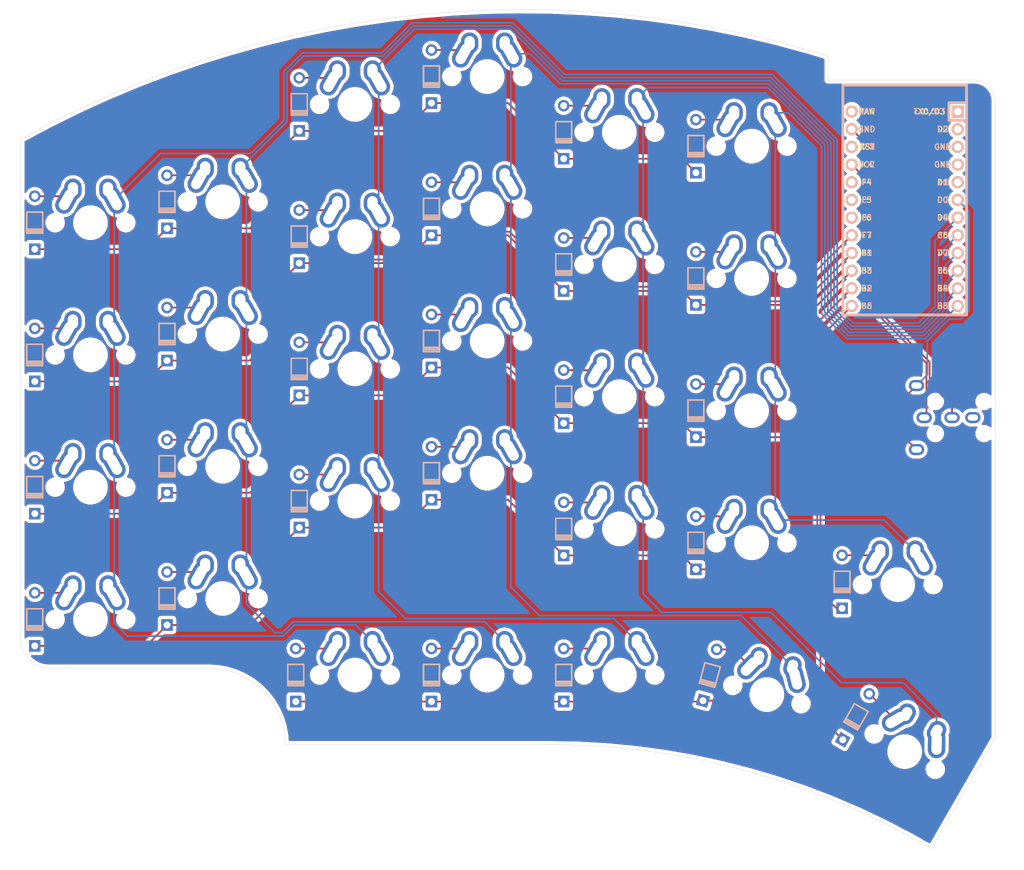
<source format=kicad_pcb>
(kicad_pcb (version 20171130) (host pcbnew 5.1.7)
  (layers (0 F.Cu signal) (31 B.Cu signal) (34 B.Paste user) (35 F.Paste user) (36 B.SilkS user) (37 F.SilkS user) (38 B.Mask user) (39 F.Mask user) (44 Edge.Cuts user))
  (net 0 "")
  (net 1 "Net-(D2-Pad2)")
  (net 2 "Net-(D3-Pad2)")
  (net 3 "Net-(D5-Pad2)")
  (net 4 "Net-(D6-Pad2)")
  (net 5 "Net-(D7-Pad2)")
  (net 6 ROW2)
  (net 7 "Net-(D10-Pad2)")
  (net 8 "Net-(D11-Pad2)")
  (net 9 "Net-(D12-Pad2)")
  (net 10 "Net-(D15-Pad2)")
  (net 11 "Net-(D16-Pad2)")
  (net 12 "Net-(D17-Pad2)")
  (net 13 ROW1)
  (net 14 ROW3)
  (net 15 COL0)
  (net 16 COL1)
  (net 17 COL2)
  (net 18 COL3)
  (net 19 COL4)
  (net 20 ROW0)
  (net 21 SDA)
  (net 22 "Net-(D4-Pad2)")
  (net 23 "Net-(D8-Pad2)")
  (net 24 "Net-(D9-Pad2)")
  (net 25 "Net-(D13-Pad2)")
  (net 26 "Net-(D14-Pad2)")
  (net 27 ROW4)
  (net 28 "Net-(D18-Pad2)")
  (net 29 "Net-(D19-Pad2)")
  (net 30 "Net-(D20-Pad2)")
  (net 31 "Net-(D21-Pad2)")
  (net 32 "Net-(D22-Pad2)")
  (net 33 "Net-(D23-Pad2)")
  (net 34 "Net-(D24-Pad2)")
  (net 35 "Net-(D25-Pad2)")
  (net 36 "Net-(D26-Pad2)")
  (net 37 "Net-(D27-Pad2)")
  (net 38 "Net-(D1-Pad2)")
  (net 39 "Net-(U1-Pad23)")
  (net 40 "Net-(U1-Pad21)")
  (net 41 COL5)
  (net 42 "Net-(D28-Pad2)")
  (net 43 "Net-(D29-Pad2)")
  (net 44 "Net-(D30-Pad2)")
  (module footprints:1u-dual (layer F.Cu) (at 149 104)
    (fp_text reference SW27 hide)
    (fp_text value switch hide)
    (pad 1 thru_hole oval (at -2.52 -4.79) (size 2.5 3.08) (drill oval 1.5 2.08) (layers *.Cu *.Mask) (net 37 "Net-(D27-Pad2)"))
    (pad 2 thru_hole oval (at 3.405 -3.27 29) (size 2.5 4.17) (drill oval 1.5 3.17) (layers *.Cu *.Mask) (net 41 COL5))
    (pad "" np_thru_hole circle (at 5.08 0) (size 1.8 1.8) (drill 1.8) (layers *.Cu *.Mask))
    (pad "" np_thru_hole circle (at -5.08 0) (size 1.8 1.8) (drill 1.8) (layers *.Cu *.Mask))
    (pad "" np_thru_hole circle (at 0 0) (size 3.9878 3.9878) (drill 3.9878) (layers *.Cu *.Mask))
    (pad 2 thru_hole oval (at 2.52 -4.79) (size 2.5 3.08) (drill oval 1.5 2.08) (layers *.Cu *.Mask) (net 41 COL5))
    (pad 1 thru_hole oval (at -3.405 -3.27 331) (size 2.5 4.17) (drill oval 1.5 3.17) (layers *.Cu *.Mask) (net 37 "Net-(D27-Pad2)"))
  )
  (module footprints:1u-dual (layer F.Cu) (at 90 117)
    (fp_text reference SW28 hide)
    (fp_text value switch hide)
    (pad 1 thru_hole oval (at -2.52 -4.79) (size 2.5 3.08) (drill oval 1.5 2.08) (layers *.Cu *.Mask) (net 42 "Net-(D28-Pad2)"))
    (pad 2 thru_hole oval (at 3.405 -3.27 29) (size 2.5 4.17) (drill oval 1.5 3.17) (layers *.Cu *.Mask) (net 16 COL1))
    (pad "" np_thru_hole circle (at 5.08 0) (size 1.8 1.8) (drill 1.8) (layers *.Cu *.Mask))
    (pad "" np_thru_hole circle (at -5.08 0) (size 1.8 1.8) (drill 1.8) (layers *.Cu *.Mask))
    (pad "" np_thru_hole circle (at 0 0) (size 3.9878 3.9878) (drill 3.9878) (layers *.Cu *.Mask))
    (pad 2 thru_hole oval (at 2.52 -4.79) (size 2.5 3.08) (drill oval 1.5 2.08) (layers *.Cu *.Mask) (net 16 COL1))
    (pad 1 thru_hole oval (at -3.405 -3.27 331) (size 2.5 4.17) (drill oval 1.5 3.17) (layers *.Cu *.Mask) (net 42 "Net-(D28-Pad2)"))
  )
  (module footprints:1u-dual (layer F.Cu) (at 71 117)
    (fp_text reference SW30 hide)
    (fp_text value switch hide)
    (pad 1 thru_hole oval (at -2.52 -4.79) (size 2.5 3.08) (drill oval 1.5 2.08) (layers *.Cu *.Mask) (net 44 "Net-(D30-Pad2)"))
    (pad 2 thru_hole oval (at 3.405 -3.27 29) (size 2.5 4.17) (drill oval 1.5 3.17) (layers *.Cu *.Mask) (net 15 COL0))
    (pad "" np_thru_hole circle (at 5.08 0) (size 1.8 1.8) (drill 1.8) (layers *.Cu *.Mask))
    (pad "" np_thru_hole circle (at -5.08 0) (size 1.8 1.8) (drill 1.8) (layers *.Cu *.Mask))
    (pad "" np_thru_hole circle (at 0 0) (size 3.9878 3.9878) (drill 3.9878) (layers *.Cu *.Mask))
    (pad 2 thru_hole oval (at 2.52 -4.79) (size 2.5 3.08) (drill oval 1.5 2.08) (layers *.Cu *.Mask) (net 15 COL0))
    (pad 1 thru_hole oval (at -3.405 -3.27 331) (size 2.5 4.17) (drill oval 1.5 3.17) (layers *.Cu *.Mask) (net 44 "Net-(D30-Pad2)"))
  )
  (module footprints:diode (layer F.Cu) (at 62.5 117 270)
    (fp_text reference D30 hide)
    (fp_text value D hide)
    (pad 1 thru_hole rect (at 3.81 0 270) (size 1.651 1.651) (drill 0.9906) (layers *.Cu *.Mask) (net 27 ROW4))
    (pad 2 thru_hole circle (at -3.81 0 270) (size 1.651 1.651) (drill 0.9906) (layers *.Cu *.Mask) (net 44 "Net-(D30-Pad2)"))
  )
  (module footprints:1u-dual (layer F.Cu) (at 109 117)
    (fp_text reference SW29 hide)
    (fp_text value switch hide)
    (pad 1 thru_hole oval (at -2.52 -4.79) (size 2.5 3.08) (drill oval 1.5 2.08) (layers *.Cu *.Mask) (net 43 "Net-(D29-Pad2)"))
    (pad 2 thru_hole oval (at 3.405 -3.27 29) (size 2.5 4.17) (drill oval 1.5 3.17) (layers *.Cu *.Mask) (net 17 COL2))
    (pad "" np_thru_hole circle (at 5.08 0) (size 1.8 1.8) (drill 1.8) (layers *.Cu *.Mask))
    (pad "" np_thru_hole circle (at -5.08 0) (size 1.8 1.8) (drill 1.8) (layers *.Cu *.Mask))
    (pad "" np_thru_hole circle (at 0 0) (size 3.9878 3.9878) (drill 3.9878) (layers *.Cu *.Mask))
    (pad 2 thru_hole oval (at 2.52 -4.79) (size 2.5 3.08) (drill oval 1.5 2.08) (layers *.Cu *.Mask) (net 17 COL2))
    (pad 1 thru_hole oval (at -3.405 -3.27 331) (size 2.5 4.17) (drill oval 1.5 3.17) (layers *.Cu *.Mask) (net 43 "Net-(D29-Pad2)"))
  )
  (module footprints:diode (layer F.Cu) (at 101 117 270)
    (fp_text reference D29 hide)
    (fp_text value D hide)
    (pad 1 thru_hole rect (at 3.81 0 270) (size 1.651 1.651) (drill 0.9906) (layers *.Cu *.Mask) (net 27 ROW4))
    (pad 2 thru_hole circle (at -3.81 0 270) (size 1.651 1.651) (drill 0.9906) (layers *.Cu *.Mask) (net 43 "Net-(D29-Pad2)"))
  )
  (module footprints:diode (layer F.Cu) (at 82 117 270)
    (fp_text reference D28 hide)
    (fp_text value D hide)
    (pad 1 thru_hole rect (at 3.81 0 270) (size 1.651 1.651) (drill 0.9906) (layers *.Cu *.Mask) (net 27 ROW4))
    (pad 2 thru_hole circle (at -3.81 0 270) (size 1.651 1.651) (drill 0.9906) (layers *.Cu *.Mask) (net 42 "Net-(D28-Pad2)"))
  )
  (module footprints:diode (layer F.Cu) (at 25 52 270)
    (fp_text reference D1 hide)
    (fp_text value D hide)
    (pad 1 thru_hole rect (at 3.81 0 270) (size 1.651 1.651) (drill 0.9906) (layers *.Cu *.Mask) (net 20 ROW0))
    (pad 2 thru_hole circle (at -3.81 0 270) (size 1.651 1.651) (drill 0.9906) (layers *.Cu *.Mask) (net 38 "Net-(D1-Pad2)"))
  )
  (module footprints:diode (layer F.Cu) (at 141 103.6 270)
    (fp_text reference D27 hide)
    (fp_text value D hide)
    (pad 1 thru_hole rect (at 3.81 0 270) (size 1.651 1.651) (drill 0.9906) (layers *.Cu *.Mask) (net 27 ROW4))
    (pad 2 thru_hole circle (at -3.81 0 270) (size 1.651 1.651) (drill 0.9906) (layers *.Cu *.Mask) (net 37 "Net-(D27-Pad2)"))
  )
  (module footprints:diode (layer F.Cu) (at 120 98 270)
    (fp_text reference D26 hide)
    (fp_text value D hide)
    (pad 1 thru_hole rect (at 3.81 0 270) (size 1.651 1.651) (drill 0.9906) (layers *.Cu *.Mask) (net 14 ROW3))
    (pad 2 thru_hole circle (at -3.81 0 270) (size 1.651 1.651) (drill 0.9906) (layers *.Cu *.Mask) (net 36 "Net-(D26-Pad2)"))
  )
  (module footprints:diode (layer F.Cu) (at 120 79 270)
    (fp_text reference D25 hide)
    (fp_text value D hide)
    (pad 1 thru_hole rect (at 3.81 0 270) (size 1.651 1.651) (drill 0.9906) (layers *.Cu *.Mask) (net 6 ROW2))
    (pad 2 thru_hole circle (at -3.81 0 270) (size 1.651 1.651) (drill 0.9906) (layers *.Cu *.Mask) (net 35 "Net-(D25-Pad2)"))
  )
  (module footprints:diode (layer F.Cu) (at 120 60 270)
    (fp_text reference D24 hide)
    (fp_text value D hide)
    (pad 1 thru_hole rect (at 3.81 0 270) (size 1.651 1.651) (drill 0.9906) (layers *.Cu *.Mask) (net 13 ROW1))
    (pad 2 thru_hole circle (at -3.81 0 270) (size 1.651 1.651) (drill 0.9906) (layers *.Cu *.Mask) (net 34 "Net-(D24-Pad2)"))
  )
  (module footprints:diode (layer F.Cu) (at 101 96 270)
    (fp_text reference D21 hide)
    (fp_text value D hide)
    (pad 1 thru_hole rect (at 3.81 0 270) (size 1.651 1.651) (drill 0.9906) (layers *.Cu *.Mask) (net 14 ROW3))
    (pad 2 thru_hole circle (at -3.81 0 270) (size 1.651 1.651) (drill 0.9906) (layers *.Cu *.Mask) (net 31 "Net-(D21-Pad2)"))
  )
  (module footprints:diode (layer F.Cu) (at 82 88 270)
    (fp_text reference D16 hide)
    (fp_text value D hide)
    (pad 1 thru_hole rect (at 3.81 0 270) (size 1.651 1.651) (drill 0.9906) (layers *.Cu *.Mask) (net 14 ROW3))
    (pad 2 thru_hole circle (at -3.81 0 270) (size 1.651 1.651) (drill 0.9906) (layers *.Cu *.Mask) (net 11 "Net-(D16-Pad2)"))
  )
  (module footprints:diode (layer F.Cu) (at 63 92 270)
    (fp_text reference D12 hide)
    (fp_text value D hide)
    (pad 1 thru_hole rect (at 3.81 0 270) (size 1.651 1.651) (drill 0.9906) (layers *.Cu *.Mask) (net 14 ROW3))
    (pad 2 thru_hole circle (at -3.81 0 270) (size 1.651 1.651) (drill 0.9906) (layers *.Cu *.Mask) (net 9 "Net-(D12-Pad2)"))
  )
  (module footprints:diode (layer F.Cu) (at 44 106 270)
    (fp_text reference D8 hide)
    (fp_text value D hide)
    (pad 1 thru_hole rect (at 3.81 0 270) (size 1.651 1.651) (drill 0.9906) (layers *.Cu *.Mask) (net 14 ROW3))
    (pad 2 thru_hole circle (at -3.81 0 270) (size 1.651 1.651) (drill 0.9906) (layers *.Cu *.Mask) (net 23 "Net-(D8-Pad2)"))
  )
  (module footprints:diode (layer F.Cu) (at 25 109 270)
    (fp_text reference D4 hide)
    (fp_text value D hide)
    (pad 1 thru_hole rect (at 3.81 0 270) (size 1.651 1.651) (drill 0.9906) (layers *.Cu *.Mask) (net 14 ROW3))
    (pad 2 thru_hole circle (at -3.81 0 270) (size 1.651 1.651) (drill 0.9906) (layers *.Cu *.Mask) (net 22 "Net-(D4-Pad2)"))
  )
  (module footprints:diode (layer F.Cu) (at 120 41 270)
    (fp_text reference D23 hide)
    (fp_text value D hide)
    (pad 1 thru_hole rect (at 3.81 0 270) (size 1.651 1.651) (drill 0.9906) (layers *.Cu *.Mask) (net 20 ROW0))
    (pad 2 thru_hole circle (at -3.81 0 270) (size 1.651 1.651) (drill 0.9906) (layers *.Cu *.Mask) (net 33 "Net-(D23-Pad2)"))
  )
  (module footprints:diode (layer F.Cu) (at 143 123 240)
    (fp_text reference D22 hide)
    (fp_text value D hide)
    (pad 1 thru_hole rect (at 3.81 0 240) (size 1.651 1.651) (drill 0.9906) (layers *.Cu *.Mask) (net 27 ROW4))
    (pad 2 thru_hole circle (at -3.81 0 240) (size 1.651 1.651) (drill 0.9906) (layers *.Cu *.Mask) (net 32 "Net-(D22-Pad2)"))
  )
  (module footprints:diode (layer F.Cu) (at 101 77 270)
    (fp_text reference D20 hide)
    (fp_text value D hide)
    (pad 1 thru_hole rect (at 3.81 0 270) (size 1.651 1.651) (drill 0.9906) (layers *.Cu *.Mask) (net 6 ROW2))
    (pad 2 thru_hole circle (at -3.81 0 270) (size 1.651 1.651) (drill 0.9906) (layers *.Cu *.Mask) (net 30 "Net-(D20-Pad2)"))
  )
  (module footprints:diode (layer F.Cu) (at 101 58 270)
    (fp_text reference D19 hide)
    (fp_text value D hide)
    (pad 1 thru_hole rect (at 3.81 0 270) (size 1.651 1.651) (drill 0.9906) (layers *.Cu *.Mask) (net 13 ROW1))
    (pad 2 thru_hole circle (at -3.81 0 270) (size 1.651 1.651) (drill 0.9906) (layers *.Cu *.Mask) (net 29 "Net-(D19-Pad2)"))
  )
  (module footprints:diode (layer F.Cu) (at 101 39 270)
    (fp_text reference D18 hide)
    (fp_text value D hide)
    (pad 1 thru_hole rect (at 3.81 0 270) (size 1.651 1.651) (drill 0.9906) (layers *.Cu *.Mask) (net 20 ROW0))
    (pad 2 thru_hole circle (at -3.81 0 270) (size 1.651 1.651) (drill 0.9906) (layers *.Cu *.Mask) (net 28 "Net-(D18-Pad2)"))
  )
  (module footprints:diode (layer F.Cu) (at 122 117 255)
    (fp_text reference D17 hide)
    (fp_text value D hide)
    (pad 1 thru_hole rect (at 3.81 0 255) (size 1.651 1.651) (drill 0.9906) (layers *.Cu *.Mask) (net 27 ROW4))
    (pad 2 thru_hole circle (at -3.81 0 255) (size 1.651 1.651) (drill 0.9906) (layers *.Cu *.Mask) (net 12 "Net-(D17-Pad2)"))
  )
  (module footprints:diode (layer F.Cu) (at 82 69 270)
    (fp_text reference D15 hide)
    (fp_text value D hide)
    (pad 1 thru_hole rect (at 3.81 0 270) (size 1.651 1.651) (drill 0.9906) (layers *.Cu *.Mask) (net 6 ROW2))
    (pad 2 thru_hole circle (at -3.81 0 270) (size 1.651 1.651) (drill 0.9906) (layers *.Cu *.Mask) (net 10 "Net-(D15-Pad2)"))
  )
  (module footprints:diode (layer F.Cu) (at 82 50 270)
    (fp_text reference D14 hide)
    (fp_text value D hide)
    (pad 1 thru_hole rect (at 3.81 0 270) (size 1.651 1.651) (drill 0.9906) (layers *.Cu *.Mask) (net 13 ROW1))
    (pad 2 thru_hole circle (at -3.81 0 270) (size 1.651 1.651) (drill 0.9906) (layers *.Cu *.Mask) (net 26 "Net-(D14-Pad2)"))
  )
  (module footprints:diode (layer F.Cu) (at 82 31 270)
    (fp_text reference D13 hide)
    (fp_text value D hide)
    (pad 1 thru_hole rect (at 3.81 0 270) (size 1.651 1.651) (drill 0.9906) (layers *.Cu *.Mask) (net 20 ROW0))
    (pad 2 thru_hole circle (at -3.81 0 270) (size 1.651 1.651) (drill 0.9906) (layers *.Cu *.Mask) (net 25 "Net-(D13-Pad2)"))
  )
  (module footprints:diode (layer F.Cu) (at 63 73 270)
    (fp_text reference D11 hide)
    (fp_text value D hide)
    (pad 1 thru_hole rect (at 3.81 0 270) (size 1.651 1.651) (drill 0.9906) (layers *.Cu *.Mask) (net 6 ROW2))
    (pad 2 thru_hole circle (at -3.81 0 270) (size 1.651 1.651) (drill 0.9906) (layers *.Cu *.Mask) (net 8 "Net-(D11-Pad2)"))
  )
  (module footprints:diode (layer F.Cu) (at 63 54 270)
    (fp_text reference D10 hide)
    (fp_text value D hide)
    (pad 1 thru_hole rect (at 3.81 0 270) (size 1.651 1.651) (drill 0.9906) (layers *.Cu *.Mask) (net 13 ROW1))
    (pad 2 thru_hole circle (at -3.81 0 270) (size 1.651 1.651) (drill 0.9906) (layers *.Cu *.Mask) (net 7 "Net-(D10-Pad2)"))
  )
  (module footprints:diode (layer F.Cu) (at 63 35 270)
    (fp_text reference D9 hide)
    (fp_text value D hide)
    (pad 1 thru_hole rect (at 3.81 0 270) (size 1.651 1.651) (drill 0.9906) (layers *.Cu *.Mask) (net 20 ROW0))
    (pad 2 thru_hole circle (at -3.81 0 270) (size 1.651 1.651) (drill 0.9906) (layers *.Cu *.Mask) (net 24 "Net-(D9-Pad2)"))
  )
  (module footprints:diode (layer F.Cu) (at 44 87 270)
    (fp_text reference D7 hide)
    (fp_text value D hide)
    (pad 1 thru_hole rect (at 3.81 0 270) (size 1.651 1.651) (drill 0.9906) (layers *.Cu *.Mask) (net 6 ROW2))
    (pad 2 thru_hole circle (at -3.81 0 270) (size 1.651 1.651) (drill 0.9906) (layers *.Cu *.Mask) (net 5 "Net-(D7-Pad2)"))
  )
  (module footprints:diode (layer F.Cu) (at 44 68 270)
    (fp_text reference D6 hide)
    (fp_text value D hide)
    (pad 1 thru_hole rect (at 3.81 0 270) (size 1.651 1.651) (drill 0.9906) (layers *.Cu *.Mask) (net 13 ROW1))
    (pad 2 thru_hole circle (at -3.81 0 270) (size 1.651 1.651) (drill 0.9906) (layers *.Cu *.Mask) (net 4 "Net-(D6-Pad2)"))
  )
  (module footprints:diode (layer F.Cu) (at 44 49 270)
    (fp_text reference D5 hide)
    (fp_text value D hide)
    (pad 1 thru_hole rect (at 3.81 0 270) (size 1.651 1.651) (drill 0.9906) (layers *.Cu *.Mask) (net 20 ROW0))
    (pad 2 thru_hole circle (at -3.81 0 270) (size 1.651 1.651) (drill 0.9906) (layers *.Cu *.Mask) (net 3 "Net-(D5-Pad2)"))
  )
  (module footprints:diode (layer F.Cu) (at 25 90 270)
    (fp_text reference D3 hide)
    (fp_text value D hide)
    (pad 1 thru_hole rect (at 3.81 0 270) (size 1.651 1.651) (drill 0.9906) (layers *.Cu *.Mask) (net 6 ROW2))
    (pad 2 thru_hole circle (at -3.81 0 270) (size 1.651 1.651) (drill 0.9906) (layers *.Cu *.Mask) (net 2 "Net-(D3-Pad2)"))
  )
  (module footprints:diode (layer F.Cu) (at 25 71 270)
    (fp_text reference D2 hide)
    (fp_text value D hide)
    (pad 1 thru_hole rect (at 3.81 0 270) (size 1.651 1.651) (drill 0.9906) (layers *.Cu *.Mask) (net 13 ROW1))
    (pad 2 thru_hole circle (at -3.81 0 270) (size 1.651 1.651) (drill 0.9906) (layers *.Cu *.Mask) (net 1 "Net-(D2-Pad2)"))
  )
  (module footprints:1u-dual (layer F.Cu) (at 109 39)
    (fp_text reference SW18 hide)
    (fp_text value switch hide)
    (pad 1 thru_hole oval (at -2.52 -4.79) (size 2.5 3.08) (drill oval 1.5 2.08) (layers *.Cu *.Mask) (net 28 "Net-(D18-Pad2)"))
    (pad 2 thru_hole oval (at 3.405 -3.27 29) (size 2.5 4.17) (drill oval 1.5 3.17) (layers *.Cu *.Mask) (net 19 COL4))
    (pad "" np_thru_hole circle (at 5.08 0) (size 1.8 1.8) (drill 1.8) (layers *.Cu *.Mask))
    (pad "" np_thru_hole circle (at -5.08 0) (size 1.8 1.8) (drill 1.8) (layers *.Cu *.Mask))
    (pad "" np_thru_hole circle (at 0 0) (size 3.9878 3.9878) (drill 3.9878) (layers *.Cu *.Mask))
    (pad 2 thru_hole oval (at 2.52 -4.79) (size 2.5 3.08) (drill oval 1.5 2.08) (layers *.Cu *.Mask) (net 19 COL4))
    (pad 1 thru_hole oval (at -3.405 -3.27 331) (size 2.5 4.17) (drill oval 1.5 3.17) (layers *.Cu *.Mask) (net 28 "Net-(D18-Pad2)"))
  )
  (module footprints:1u-dual (layer F.Cu) (at 33 52)
    (fp_text reference SW1 hide)
    (fp_text value switch hide)
    (pad 1 thru_hole oval (at -2.52 -4.79) (size 2.5 3.08) (drill oval 1.5 2.08) (layers *.Cu *.Mask) (net 38 "Net-(D1-Pad2)"))
    (pad 2 thru_hole oval (at 3.405 -3.27 29) (size 2.5 4.17) (drill oval 1.5 3.17) (layers *.Cu *.Mask) (net 15 COL0))
    (pad "" np_thru_hole circle (at 5.08 0) (size 1.8 1.8) (drill 1.8) (layers *.Cu *.Mask))
    (pad "" np_thru_hole circle (at -5.08 0) (size 1.8 1.8) (drill 1.8) (layers *.Cu *.Mask))
    (pad "" np_thru_hole circle (at 0 0) (size 3.9878 3.9878) (drill 3.9878) (layers *.Cu *.Mask))
    (pad 2 thru_hole oval (at 2.52 -4.79) (size 2.5 3.08) (drill oval 1.5 2.08) (layers *.Cu *.Mask) (net 15 COL0))
    (pad 1 thru_hole oval (at -3.405 -3.27 331) (size 2.5 4.17) (drill oval 1.5 3.17) (layers *.Cu *.Mask) (net 38 "Net-(D1-Pad2)"))
  )
  (module footprints:1u-dual (layer F.Cu) (at 128 98)
    (fp_text reference SW26 hide)
    (fp_text value switch hide)
    (pad 1 thru_hole oval (at -2.52 -4.79) (size 2.5 3.08) (drill oval 1.5 2.08) (layers *.Cu *.Mask) (net 36 "Net-(D26-Pad2)"))
    (pad 2 thru_hole oval (at 3.405 -3.27 29) (size 2.5 4.17) (drill oval 1.5 3.17) (layers *.Cu *.Mask) (net 41 COL5))
    (pad "" np_thru_hole circle (at 5.08 0) (size 1.8 1.8) (drill 1.8) (layers *.Cu *.Mask))
    (pad "" np_thru_hole circle (at -5.08 0) (size 1.8 1.8) (drill 1.8) (layers *.Cu *.Mask))
    (pad "" np_thru_hole circle (at 0 0) (size 3.9878 3.9878) (drill 3.9878) (layers *.Cu *.Mask))
    (pad 2 thru_hole oval (at 2.52 -4.79) (size 2.5 3.08) (drill oval 1.5 2.08) (layers *.Cu *.Mask) (net 41 COL5))
    (pad 1 thru_hole oval (at -3.405 -3.27 331) (size 2.5 4.17) (drill oval 1.5 3.17) (layers *.Cu *.Mask) (net 36 "Net-(D26-Pad2)"))
  )
  (module footprints:1u-dual (layer F.Cu) (at 128 79)
    (fp_text reference SW25 hide)
    (fp_text value switch hide)
    (pad 1 thru_hole oval (at -2.52 -4.79) (size 2.5 3.08) (drill oval 1.5 2.08) (layers *.Cu *.Mask) (net 35 "Net-(D25-Pad2)"))
    (pad 2 thru_hole oval (at 3.405 -3.27 29) (size 2.5 4.17) (drill oval 1.5 3.17) (layers *.Cu *.Mask) (net 41 COL5))
    (pad "" np_thru_hole circle (at 5.08 0) (size 1.8 1.8) (drill 1.8) (layers *.Cu *.Mask))
    (pad "" np_thru_hole circle (at -5.08 0) (size 1.8 1.8) (drill 1.8) (layers *.Cu *.Mask))
    (pad "" np_thru_hole circle (at 0 0) (size 3.9878 3.9878) (drill 3.9878) (layers *.Cu *.Mask))
    (pad 2 thru_hole oval (at 2.52 -4.79) (size 2.5 3.08) (drill oval 1.5 2.08) (layers *.Cu *.Mask) (net 41 COL5))
    (pad 1 thru_hole oval (at -3.405 -3.27 331) (size 2.5 4.17) (drill oval 1.5 3.17) (layers *.Cu *.Mask) (net 35 "Net-(D25-Pad2)"))
  )
  (module footprints:1u-dual (layer F.Cu) (at 128 60)
    (fp_text reference SW24 hide)
    (fp_text value switch hide)
    (pad 1 thru_hole oval (at -2.52 -4.79) (size 2.5 3.08) (drill oval 1.5 2.08) (layers *.Cu *.Mask) (net 34 "Net-(D24-Pad2)"))
    (pad 2 thru_hole oval (at 3.405 -3.27 29) (size 2.5 4.17) (drill oval 1.5 3.17) (layers *.Cu *.Mask) (net 41 COL5))
    (pad "" np_thru_hole circle (at 5.08 0) (size 1.8 1.8) (drill 1.8) (layers *.Cu *.Mask))
    (pad "" np_thru_hole circle (at -5.08 0) (size 1.8 1.8) (drill 1.8) (layers *.Cu *.Mask))
    (pad "" np_thru_hole circle (at 0 0) (size 3.9878 3.9878) (drill 3.9878) (layers *.Cu *.Mask))
    (pad 2 thru_hole oval (at 2.52 -4.79) (size 2.5 3.08) (drill oval 1.5 2.08) (layers *.Cu *.Mask) (net 41 COL5))
    (pad 1 thru_hole oval (at -3.405 -3.27 331) (size 2.5 4.17) (drill oval 1.5 3.17) (layers *.Cu *.Mask) (net 34 "Net-(D24-Pad2)"))
  )
  (module footprints:1u-dual (layer F.Cu) (at 128 41)
    (fp_text reference SW23 hide)
    (fp_text value switch hide)
    (pad 1 thru_hole oval (at -2.52 -4.79) (size 2.5 3.08) (drill oval 1.5 2.08) (layers *.Cu *.Mask) (net 33 "Net-(D23-Pad2)"))
    (pad 2 thru_hole oval (at 3.405 -3.27 29) (size 2.5 4.17) (drill oval 1.5 3.17) (layers *.Cu *.Mask) (net 41 COL5))
    (pad "" np_thru_hole circle (at 5.08 0) (size 1.8 1.8) (drill 1.8) (layers *.Cu *.Mask))
    (pad "" np_thru_hole circle (at -5.08 0) (size 1.8 1.8) (drill 1.8) (layers *.Cu *.Mask))
    (pad "" np_thru_hole circle (at 0 0) (size 3.9878 3.9878) (drill 3.9878) (layers *.Cu *.Mask))
    (pad 2 thru_hole oval (at 2.52 -4.79) (size 2.5 3.08) (drill oval 1.5 2.08) (layers *.Cu *.Mask) (net 41 COL5))
    (pad 1 thru_hole oval (at -3.405 -3.27 331) (size 2.5 4.17) (drill oval 1.5 3.17) (layers *.Cu *.Mask) (net 33 "Net-(D23-Pad2)"))
  )
  (module footprints:1u-dual (layer F.Cu) (at 109 96)
    (fp_text reference SW21 hide)
    (fp_text value switch hide)
    (pad 1 thru_hole oval (at -2.52 -4.79) (size 2.5 3.08) (drill oval 1.5 2.08) (layers *.Cu *.Mask) (net 31 "Net-(D21-Pad2)"))
    (pad 2 thru_hole oval (at 3.405 -3.27 29) (size 2.5 4.17) (drill oval 1.5 3.17) (layers *.Cu *.Mask) (net 19 COL4))
    (pad "" np_thru_hole circle (at 5.08 0) (size 1.8 1.8) (drill 1.8) (layers *.Cu *.Mask))
    (pad "" np_thru_hole circle (at -5.08 0) (size 1.8 1.8) (drill 1.8) (layers *.Cu *.Mask))
    (pad "" np_thru_hole circle (at 0 0) (size 3.9878 3.9878) (drill 3.9878) (layers *.Cu *.Mask))
    (pad 2 thru_hole oval (at 2.52 -4.79) (size 2.5 3.08) (drill oval 1.5 2.08) (layers *.Cu *.Mask) (net 19 COL4))
    (pad 1 thru_hole oval (at -3.405 -3.27 331) (size 2.5 4.17) (drill oval 1.5 3.17) (layers *.Cu *.Mask) (net 31 "Net-(D21-Pad2)"))
  )
  (module footprints:1u-dual (layer F.Cu) (at 90 88)
    (fp_text reference SW16 hide)
    (fp_text value switch hide)
    (pad 1 thru_hole oval (at -2.52 -4.79) (size 2.5 3.08) (drill oval 1.5 2.08) (layers *.Cu *.Mask) (net 11 "Net-(D16-Pad2)"))
    (pad 2 thru_hole oval (at 3.405 -3.27 29) (size 2.5 4.17) (drill oval 1.5 3.17) (layers *.Cu *.Mask) (net 18 COL3))
    (pad "" np_thru_hole circle (at 5.08 0) (size 1.8 1.8) (drill 1.8) (layers *.Cu *.Mask))
    (pad "" np_thru_hole circle (at -5.08 0) (size 1.8 1.8) (drill 1.8) (layers *.Cu *.Mask))
    (pad "" np_thru_hole circle (at 0 0) (size 3.9878 3.9878) (drill 3.9878) (layers *.Cu *.Mask))
    (pad 2 thru_hole oval (at 2.52 -4.79) (size 2.5 3.08) (drill oval 1.5 2.08) (layers *.Cu *.Mask) (net 18 COL3))
    (pad 1 thru_hole oval (at -3.405 -3.27 331) (size 2.5 4.17) (drill oval 1.5 3.17) (layers *.Cu *.Mask) (net 11 "Net-(D16-Pad2)"))
  )
  (module footprints:1u-dual (layer F.Cu) (at 71 92)
    (fp_text reference SW12 hide)
    (fp_text value switch hide)
    (pad 1 thru_hole oval (at -2.52 -4.79) (size 2.5 3.08) (drill oval 1.5 2.08) (layers *.Cu *.Mask) (net 9 "Net-(D12-Pad2)"))
    (pad 2 thru_hole oval (at 3.405 -3.27 29) (size 2.5 4.17) (drill oval 1.5 3.17) (layers *.Cu *.Mask) (net 17 COL2))
    (pad "" np_thru_hole circle (at 5.08 0) (size 1.8 1.8) (drill 1.8) (layers *.Cu *.Mask))
    (pad "" np_thru_hole circle (at -5.08 0) (size 1.8 1.8) (drill 1.8) (layers *.Cu *.Mask))
    (pad "" np_thru_hole circle (at 0 0) (size 3.9878 3.9878) (drill 3.9878) (layers *.Cu *.Mask))
    (pad 2 thru_hole oval (at 2.52 -4.79) (size 2.5 3.08) (drill oval 1.5 2.08) (layers *.Cu *.Mask) (net 17 COL2))
    (pad 1 thru_hole oval (at -3.405 -3.27 331) (size 2.5 4.17) (drill oval 1.5 3.17) (layers *.Cu *.Mask) (net 9 "Net-(D12-Pad2)"))
  )
  (module footprints:1u-dual (layer F.Cu) (at 52 106)
    (fp_text reference SW8 hide)
    (fp_text value switch hide)
    (pad 1 thru_hole oval (at -2.52 -4.79) (size 2.5 3.08) (drill oval 1.5 2.08) (layers *.Cu *.Mask) (net 23 "Net-(D8-Pad2)"))
    (pad 2 thru_hole oval (at 3.405 -3.27 29) (size 2.5 4.17) (drill oval 1.5 3.17) (layers *.Cu *.Mask) (net 16 COL1))
    (pad "" np_thru_hole circle (at 5.08 0) (size 1.8 1.8) (drill 1.8) (layers *.Cu *.Mask))
    (pad "" np_thru_hole circle (at -5.08 0) (size 1.8 1.8) (drill 1.8) (layers *.Cu *.Mask))
    (pad "" np_thru_hole circle (at 0 0) (size 3.9878 3.9878) (drill 3.9878) (layers *.Cu *.Mask))
    (pad 2 thru_hole oval (at 2.52 -4.79) (size 2.5 3.08) (drill oval 1.5 2.08) (layers *.Cu *.Mask) (net 16 COL1))
    (pad 1 thru_hole oval (at -3.405 -3.27 331) (size 2.5 4.17) (drill oval 1.5 3.17) (layers *.Cu *.Mask) (net 23 "Net-(D8-Pad2)"))
  )
  (module footprints:1u-dual (layer F.Cu) (at 33 109)
    (fp_text reference SW4 hide)
    (fp_text value switch hide)
    (pad 1 thru_hole oval (at -2.52 -4.79) (size 2.5 3.08) (drill oval 1.5 2.08) (layers *.Cu *.Mask) (net 22 "Net-(D4-Pad2)"))
    (pad 2 thru_hole oval (at 3.405 -3.27 29) (size 2.5 4.17) (drill oval 1.5 3.17) (layers *.Cu *.Mask) (net 15 COL0))
    (pad "" np_thru_hole circle (at 5.08 0) (size 1.8 1.8) (drill 1.8) (layers *.Cu *.Mask))
    (pad "" np_thru_hole circle (at -5.08 0) (size 1.8 1.8) (drill 1.8) (layers *.Cu *.Mask))
    (pad "" np_thru_hole circle (at 0 0) (size 3.9878 3.9878) (drill 3.9878) (layers *.Cu *.Mask))
    (pad 2 thru_hole oval (at 2.52 -4.79) (size 2.5 3.08) (drill oval 1.5 2.08) (layers *.Cu *.Mask) (net 15 COL0))
    (pad 1 thru_hole oval (at -3.405 -3.27 331) (size 2.5 4.17) (drill oval 1.5 3.17) (layers *.Cu *.Mask) (net 22 "Net-(D4-Pad2)"))
  )
  (module footprints:1u-dual (layer F.Cu) (at 150 128 330)
    (fp_text reference SW22 hide)
    (fp_text value switch hide)
    (pad 1 thru_hole oval (at -3.405 -3.27 301) (size 2.5 4.17) (drill oval 1.5 3.17) (layers *.Cu *.Mask) (net 32 "Net-(D22-Pad2)"))
    (pad 2 thru_hole oval (at 2.52 -4.79 330) (size 2.5 3.08) (drill oval 1.5 2.08) (layers *.Cu *.Mask) (net 19 COL4))
    (pad "" np_thru_hole circle (at 0 0 330) (size 3.9878 3.9878) (drill 3.9878) (layers *.Cu *.Mask))
    (pad "" np_thru_hole circle (at -5.08 0 330) (size 1.8 1.8) (drill 1.8) (layers *.Cu *.Mask))
    (pad "" np_thru_hole circle (at 5.08 0 330) (size 1.8 1.8) (drill 1.8) (layers *.Cu *.Mask))
    (pad 2 thru_hole oval (at 3.405 -3.27 359) (size 2.5 4.17) (drill oval 1.5 3.17) (layers *.Cu *.Mask) (net 19 COL4))
    (pad 1 thru_hole oval (at -2.52 -4.79 330) (size 2.5 3.08) (drill oval 1.5 2.08) (layers *.Cu *.Mask) (net 32 "Net-(D22-Pad2)"))
  )
  (module footprints:1u-dual (layer F.Cu) (at 109 77)
    (fp_text reference SW20 hide)
    (fp_text value switch hide)
    (pad 1 thru_hole oval (at -2.52 -4.79) (size 2.5 3.08) (drill oval 1.5 2.08) (layers *.Cu *.Mask) (net 30 "Net-(D20-Pad2)"))
    (pad 2 thru_hole oval (at 3.405 -3.27 29) (size 2.5 4.17) (drill oval 1.5 3.17) (layers *.Cu *.Mask) (net 19 COL4))
    (pad "" np_thru_hole circle (at 5.08 0) (size 1.8 1.8) (drill 1.8) (layers *.Cu *.Mask))
    (pad "" np_thru_hole circle (at -5.08 0) (size 1.8 1.8) (drill 1.8) (layers *.Cu *.Mask))
    (pad "" np_thru_hole circle (at 0 0) (size 3.9878 3.9878) (drill 3.9878) (layers *.Cu *.Mask))
    (pad 2 thru_hole oval (at 2.52 -4.79) (size 2.5 3.08) (drill oval 1.5 2.08) (layers *.Cu *.Mask) (net 19 COL4))
    (pad 1 thru_hole oval (at -3.405 -3.27 331) (size 2.5 4.17) (drill oval 1.5 3.17) (layers *.Cu *.Mask) (net 30 "Net-(D20-Pad2)"))
  )
  (module footprints:1u-dual (layer F.Cu) (at 109 58)
    (fp_text reference SW19 hide)
    (fp_text value switch hide)
    (pad 1 thru_hole oval (at -2.52 -4.79) (size 2.5 3.08) (drill oval 1.5 2.08) (layers *.Cu *.Mask) (net 29 "Net-(D19-Pad2)"))
    (pad 2 thru_hole oval (at 3.405 -3.27 29) (size 2.5 4.17) (drill oval 1.5 3.17) (layers *.Cu *.Mask) (net 19 COL4))
    (pad "" np_thru_hole circle (at 5.08 0) (size 1.8 1.8) (drill 1.8) (layers *.Cu *.Mask))
    (pad "" np_thru_hole circle (at -5.08 0) (size 1.8 1.8) (drill 1.8) (layers *.Cu *.Mask))
    (pad "" np_thru_hole circle (at 0 0) (size 3.9878 3.9878) (drill 3.9878) (layers *.Cu *.Mask))
    (pad 2 thru_hole oval (at 2.52 -4.79) (size 2.5 3.08) (drill oval 1.5 2.08) (layers *.Cu *.Mask) (net 19 COL4))
    (pad 1 thru_hole oval (at -3.405 -3.27 331) (size 2.5 4.17) (drill oval 1.5 3.17) (layers *.Cu *.Mask) (net 29 "Net-(D19-Pad2)"))
  )
  (module footprints:1u-dual (layer F.Cu) (at 130.2 119.8 345)
    (fp_text reference SW17 hide)
    (fp_text value switch hide)
    (pad 1 thru_hole oval (at -2.52 -4.79 345) (size 2.5 3.08) (drill oval 1.5 2.08) (layers *.Cu *.Mask) (net 12 "Net-(D17-Pad2)"))
    (pad 2 thru_hole oval (at 3.405 -3.27 14) (size 2.5 4.17) (drill oval 1.5 3.17) (layers *.Cu *.Mask) (net 18 COL3))
    (pad "" np_thru_hole circle (at 5.08 0 345) (size 1.8 1.8) (drill 1.8) (layers *.Cu *.Mask))
    (pad "" np_thru_hole circle (at -5.08 0 345) (size 1.8 1.8) (drill 1.8) (layers *.Cu *.Mask))
    (pad "" np_thru_hole circle (at 0 0 345) (size 3.9878 3.9878) (drill 3.9878) (layers *.Cu *.Mask))
    (pad 2 thru_hole oval (at 2.52 -4.79 345) (size 2.5 3.08) (drill oval 1.5 2.08) (layers *.Cu *.Mask) (net 18 COL3))
    (pad 1 thru_hole oval (at -3.405 -3.27 316) (size 2.5 4.17) (drill oval 1.5 3.17) (layers *.Cu *.Mask) (net 12 "Net-(D17-Pad2)"))
  )
  (module footprints:1u-dual (layer F.Cu) (at 90 69)
    (fp_text reference SW15 hide)
    (fp_text value switch hide)
    (pad 1 thru_hole oval (at -2.52 -4.79) (size 2.5 3.08) (drill oval 1.5 2.08) (layers *.Cu *.Mask) (net 10 "Net-(D15-Pad2)"))
    (pad 2 thru_hole oval (at 3.405 -3.27 29) (size 2.5 4.17) (drill oval 1.5 3.17) (layers *.Cu *.Mask) (net 18 COL3))
    (pad "" np_thru_hole circle (at 5.08 0) (size 1.8 1.8) (drill 1.8) (layers *.Cu *.Mask))
    (pad "" np_thru_hole circle (at -5.08 0) (size 1.8 1.8) (drill 1.8) (layers *.Cu *.Mask))
    (pad "" np_thru_hole circle (at 0 0) (size 3.9878 3.9878) (drill 3.9878) (layers *.Cu *.Mask))
    (pad 2 thru_hole oval (at 2.52 -4.79) (size 2.5 3.08) (drill oval 1.5 2.08) (layers *.Cu *.Mask) (net 18 COL3))
    (pad 1 thru_hole oval (at -3.405 -3.27 331) (size 2.5 4.17) (drill oval 1.5 3.17) (layers *.Cu *.Mask) (net 10 "Net-(D15-Pad2)"))
  )
  (module footprints:1u-dual (layer F.Cu) (at 90 50)
    (fp_text reference SW14 hide)
    (fp_text value switch hide)
    (pad 1 thru_hole oval (at -2.52 -4.79) (size 2.5 3.08) (drill oval 1.5 2.08) (layers *.Cu *.Mask) (net 26 "Net-(D14-Pad2)"))
    (pad 2 thru_hole oval (at 3.405 -3.27 29) (size 2.5 4.17) (drill oval 1.5 3.17) (layers *.Cu *.Mask) (net 18 COL3))
    (pad "" np_thru_hole circle (at 5.08 0) (size 1.8 1.8) (drill 1.8) (layers *.Cu *.Mask))
    (pad "" np_thru_hole circle (at -5.08 0) (size 1.8 1.8) (drill 1.8) (layers *.Cu *.Mask))
    (pad "" np_thru_hole circle (at 0 0) (size 3.9878 3.9878) (drill 3.9878) (layers *.Cu *.Mask))
    (pad 2 thru_hole oval (at 2.52 -4.79) (size 2.5 3.08) (drill oval 1.5 2.08) (layers *.Cu *.Mask) (net 18 COL3))
    (pad 1 thru_hole oval (at -3.405 -3.27 331) (size 2.5 4.17) (drill oval 1.5 3.17) (layers *.Cu *.Mask) (net 26 "Net-(D14-Pad2)"))
  )
  (module footprints:1u-dual (layer F.Cu) (at 90 31)
    (fp_text reference SW13 hide)
    (fp_text value switch hide)
    (pad 1 thru_hole oval (at -2.52 -4.79) (size 2.5 3.08) (drill oval 1.5 2.08) (layers *.Cu *.Mask) (net 25 "Net-(D13-Pad2)"))
    (pad 2 thru_hole oval (at 3.405 -3.27 29) (size 2.5 4.17) (drill oval 1.5 3.17) (layers *.Cu *.Mask) (net 18 COL3))
    (pad "" np_thru_hole circle (at 5.08 0) (size 1.8 1.8) (drill 1.8) (layers *.Cu *.Mask))
    (pad "" np_thru_hole circle (at -5.08 0) (size 1.8 1.8) (drill 1.8) (layers *.Cu *.Mask))
    (pad "" np_thru_hole circle (at 0 0) (size 3.9878 3.9878) (drill 3.9878) (layers *.Cu *.Mask))
    (pad 2 thru_hole oval (at 2.52 -4.79) (size 2.5 3.08) (drill oval 1.5 2.08) (layers *.Cu *.Mask) (net 18 COL3))
    (pad 1 thru_hole oval (at -3.405 -3.27 331) (size 2.5 4.17) (drill oval 1.5 3.17) (layers *.Cu *.Mask) (net 25 "Net-(D13-Pad2)"))
  )
  (module footprints:1u-dual (layer F.Cu) (at 71 73)
    (fp_text reference SW11 hide)
    (fp_text value switch hide)
    (pad 1 thru_hole oval (at -2.52 -4.79) (size 2.5 3.08) (drill oval 1.5 2.08) (layers *.Cu *.Mask) (net 8 "Net-(D11-Pad2)"))
    (pad 2 thru_hole oval (at 3.405 -3.27 29) (size 2.5 4.17) (drill oval 1.5 3.17) (layers *.Cu *.Mask) (net 17 COL2))
    (pad "" np_thru_hole circle (at 5.08 0) (size 1.8 1.8) (drill 1.8) (layers *.Cu *.Mask))
    (pad "" np_thru_hole circle (at -5.08 0) (size 1.8 1.8) (drill 1.8) (layers *.Cu *.Mask))
    (pad "" np_thru_hole circle (at 0 0) (size 3.9878 3.9878) (drill 3.9878) (layers *.Cu *.Mask))
    (pad 2 thru_hole oval (at 2.52 -4.79) (size 2.5 3.08) (drill oval 1.5 2.08) (layers *.Cu *.Mask) (net 17 COL2))
    (pad 1 thru_hole oval (at -3.405 -3.27 331) (size 2.5 4.17) (drill oval 1.5 3.17) (layers *.Cu *.Mask) (net 8 "Net-(D11-Pad2)"))
  )
  (module footprints:1u-dual (layer F.Cu) (at 71 54)
    (fp_text reference SW10 hide)
    (fp_text value switch hide)
    (pad 1 thru_hole oval (at -2.52 -4.79) (size 2.5 3.08) (drill oval 1.5 2.08) (layers *.Cu *.Mask) (net 7 "Net-(D10-Pad2)"))
    (pad 2 thru_hole oval (at 3.405 -3.27 29) (size 2.5 4.17) (drill oval 1.5 3.17) (layers *.Cu *.Mask) (net 17 COL2))
    (pad "" np_thru_hole circle (at 5.08 0) (size 1.8 1.8) (drill 1.8) (layers *.Cu *.Mask))
    (pad "" np_thru_hole circle (at -5.08 0) (size 1.8 1.8) (drill 1.8) (layers *.Cu *.Mask))
    (pad "" np_thru_hole circle (at 0 0) (size 3.9878 3.9878) (drill 3.9878) (layers *.Cu *.Mask))
    (pad 2 thru_hole oval (at 2.52 -4.79) (size 2.5 3.08) (drill oval 1.5 2.08) (layers *.Cu *.Mask) (net 17 COL2))
    (pad 1 thru_hole oval (at -3.405 -3.27 331) (size 2.5 4.17) (drill oval 1.5 3.17) (layers *.Cu *.Mask) (net 7 "Net-(D10-Pad2)"))
  )
  (module footprints:1u-dual (layer F.Cu) (at 71 35)
    (fp_text reference SW9 hide)
    (fp_text value switch hide)
    (pad 1 thru_hole oval (at -2.52 -4.79) (size 2.5 3.08) (drill oval 1.5 2.08) (layers *.Cu *.Mask) (net 24 "Net-(D9-Pad2)"))
    (pad 2 thru_hole oval (at 3.405 -3.27 29) (size 2.5 4.17) (drill oval 1.5 3.17) (layers *.Cu *.Mask) (net 17 COL2))
    (pad "" np_thru_hole circle (at 5.08 0) (size 1.8 1.8) (drill 1.8) (layers *.Cu *.Mask))
    (pad "" np_thru_hole circle (at -5.08 0) (size 1.8 1.8) (drill 1.8) (layers *.Cu *.Mask))
    (pad "" np_thru_hole circle (at 0 0) (size 3.9878 3.9878) (drill 3.9878) (layers *.Cu *.Mask))
    (pad 2 thru_hole oval (at 2.52 -4.79) (size 2.5 3.08) (drill oval 1.5 2.08) (layers *.Cu *.Mask) (net 17 COL2))
    (pad 1 thru_hole oval (at -3.405 -3.27 331) (size 2.5 4.17) (drill oval 1.5 3.17) (layers *.Cu *.Mask) (net 24 "Net-(D9-Pad2)"))
  )
  (module footprints:1u-dual (layer F.Cu) (at 52 87)
    (fp_text reference SW7 hide)
    (fp_text value switch hide)
    (pad 1 thru_hole oval (at -2.52 -4.79) (size 2.5 3.08) (drill oval 1.5 2.08) (layers *.Cu *.Mask) (net 5 "Net-(D7-Pad2)"))
    (pad 2 thru_hole oval (at 3.405 -3.27 29) (size 2.5 4.17) (drill oval 1.5 3.17) (layers *.Cu *.Mask) (net 16 COL1))
    (pad "" np_thru_hole circle (at 5.08 0) (size 1.8 1.8) (drill 1.8) (layers *.Cu *.Mask))
    (pad "" np_thru_hole circle (at -5.08 0) (size 1.8 1.8) (drill 1.8) (layers *.Cu *.Mask))
    (pad "" np_thru_hole circle (at 0 0) (size 3.9878 3.9878) (drill 3.9878) (layers *.Cu *.Mask))
    (pad 2 thru_hole oval (at 2.52 -4.79) (size 2.5 3.08) (drill oval 1.5 2.08) (layers *.Cu *.Mask) (net 16 COL1))
    (pad 1 thru_hole oval (at -3.405 -3.27 331) (size 2.5 4.17) (drill oval 1.5 3.17) (layers *.Cu *.Mask) (net 5 "Net-(D7-Pad2)"))
  )
  (module footprints:1u-dual (layer F.Cu) (at 52 68)
    (fp_text reference SW6 hide)
    (fp_text value switch hide)
    (pad 1 thru_hole oval (at -2.52 -4.79) (size 2.5 3.08) (drill oval 1.5 2.08) (layers *.Cu *.Mask) (net 4 "Net-(D6-Pad2)"))
    (pad 2 thru_hole oval (at 3.405 -3.27 29) (size 2.5 4.17) (drill oval 1.5 3.17) (layers *.Cu *.Mask) (net 16 COL1))
    (pad "" np_thru_hole circle (at 5.08 0) (size 1.8 1.8) (drill 1.8) (layers *.Cu *.Mask))
    (pad "" np_thru_hole circle (at -5.08 0) (size 1.8 1.8) (drill 1.8) (layers *.Cu *.Mask))
    (pad "" np_thru_hole circle (at 0 0) (size 3.9878 3.9878) (drill 3.9878) (layers *.Cu *.Mask))
    (pad 2 thru_hole oval (at 2.52 -4.79) (size 2.5 3.08) (drill oval 1.5 2.08) (layers *.Cu *.Mask) (net 16 COL1))
    (pad 1 thru_hole oval (at -3.405 -3.27 331) (size 2.5 4.17) (drill oval 1.5 3.17) (layers *.Cu *.Mask) (net 4 "Net-(D6-Pad2)"))
  )
  (module footprints:1u-dual (layer F.Cu) (at 52 49)
    (fp_text reference SW5 hide)
    (fp_text value switch hide)
    (pad 1 thru_hole oval (at -2.52 -4.79) (size 2.5 3.08) (drill oval 1.5 2.08) (layers *.Cu *.Mask) (net 3 "Net-(D5-Pad2)"))
    (pad 2 thru_hole oval (at 3.405 -3.27 29) (size 2.5 4.17) (drill oval 1.5 3.17) (layers *.Cu *.Mask) (net 16 COL1))
    (pad "" np_thru_hole circle (at 5.08 0) (size 1.8 1.8) (drill 1.8) (layers *.Cu *.Mask))
    (pad "" np_thru_hole circle (at -5.08 0) (size 1.8 1.8) (drill 1.8) (layers *.Cu *.Mask))
    (pad "" np_thru_hole circle (at 0 0) (size 3.9878 3.9878) (drill 3.9878) (layers *.Cu *.Mask))
    (pad 2 thru_hole oval (at 2.52 -4.79) (size 2.5 3.08) (drill oval 1.5 2.08) (layers *.Cu *.Mask) (net 16 COL1))
    (pad 1 thru_hole oval (at -3.405 -3.27 331) (size 2.5 4.17) (drill oval 1.5 3.17) (layers *.Cu *.Mask) (net 3 "Net-(D5-Pad2)"))
  )
  (module footprints:1u-dual (layer F.Cu) (at 33 90)
    (fp_text reference SW3 hide)
    (fp_text value switch hide)
    (pad 1 thru_hole oval (at -2.52 -4.79) (size 2.5 3.08) (drill oval 1.5 2.08) (layers *.Cu *.Mask) (net 2 "Net-(D3-Pad2)"))
    (pad 2 thru_hole oval (at 3.405 -3.27 29) (size 2.5 4.17) (drill oval 1.5 3.17) (layers *.Cu *.Mask) (net 15 COL0))
    (pad "" np_thru_hole circle (at 5.08 0) (size 1.8 1.8) (drill 1.8) (layers *.Cu *.Mask))
    (pad "" np_thru_hole circle (at -5.08 0) (size 1.8 1.8) (drill 1.8) (layers *.Cu *.Mask))
    (pad "" np_thru_hole circle (at 0 0) (size 3.9878 3.9878) (drill 3.9878) (layers *.Cu *.Mask))
    (pad 2 thru_hole oval (at 2.52 -4.79) (size 2.5 3.08) (drill oval 1.5 2.08) (layers *.Cu *.Mask) (net 15 COL0))
    (pad 1 thru_hole oval (at -3.405 -3.27 331) (size 2.5 4.17) (drill oval 1.5 3.17) (layers *.Cu *.Mask) (net 2 "Net-(D3-Pad2)"))
  )
  (module footprints:1u-dual (layer F.Cu) (at 33 71)
    (fp_text reference SW2 hide)
    (fp_text value switch hide)
    (pad 1 thru_hole oval (at -2.52 -4.79) (size 2.5 3.08) (drill oval 1.5 2.08) (layers *.Cu *.Mask) (net 1 "Net-(D2-Pad2)"))
    (pad 2 thru_hole oval (at 3.405 -3.27 29) (size 2.5 4.17) (drill oval 1.5 3.17) (layers *.Cu *.Mask) (net 15 COL0))
    (pad "" np_thru_hole circle (at 5.08 0) (size 1.8 1.8) (drill 1.8) (layers *.Cu *.Mask))
    (pad "" np_thru_hole circle (at -5.08 0) (size 1.8 1.8) (drill 1.8) (layers *.Cu *.Mask))
    (pad "" np_thru_hole circle (at 0 0) (size 3.9878 3.9878) (drill 3.9878) (layers *.Cu *.Mask))
    (pad 2 thru_hole oval (at 2.52 -4.79) (size 2.5 3.08) (drill oval 1.5 2.08) (layers *.Cu *.Mask) (net 15 COL0))
    (pad 1 thru_hole oval (at -3.405 -3.27 331) (size 2.5 4.17) (drill oval 1.5 3.17) (layers *.Cu *.Mask) (net 1 "Net-(D2-Pad2)"))
  )
  (module footprints:trrs (layer B.Cu) (at 163 80 90)
    (fp_text reference U2)
    (fp_text value TRRS)
    (pad 3 thru_hole oval (at 0 -6.2 90) (size 1.6 2.2) (drill oval 0.9 1.5) (layers *.Cu *.Mask) (net 39 "Net-(U1-Pad23)"))
    (pad "" np_thru_hole circle (at -2.3 -1.6 90) (size 1.5 1.5) (drill 1.5) (layers *.Cu *.Mask))
    (pad "" np_thru_hole circle (at -2.3 -8.6 90) (size 1.5 1.5) (drill 1.5) (layers *.Cu *.Mask))
    (pad 4 thru_hole oval (at 0 -3.2 90) (size 1.6 2.2) (drill oval 0.9 1.5) (layers *.Cu *.Mask))
    (pad 2 thru_hole oval (at 0 -10.2 90) (size 1.6 2.2) (drill oval 0.9 1.5) (layers *.Cu *.Mask) (net 40 "Net-(U1-Pad21)"))
    (pad 1 thru_hole oval (at -4.6 -11.3 90) (size 1.6 2.2) (drill oval 0.9 1.5) (layers *.Cu *.Mask) (net 21 SDA))
    (pad 1 thru_hole oval (at 4.6 -11.3 90) (size 1.6 2.2) (drill oval 0.9 1.5) (layers *.Cu *.Mask) (net 21 SDA))
    (pad "" np_thru_hole circle (at 2.3 -1.6 90) (size 1.5 1.5) (drill 1.5) (layers *.Cu *.Mask))
    (pad "" np_thru_hole circle (at 2.3 -8.6 90) (size 1.5 1.5) (drill 1.5) (layers *.Cu *.Mask))
  )
  (module footprints:promicro (layer B.Cu) (at 150 50 270)
    (fp_text reference U1 hide)
    (fp_text value ProMicro hide)
    (fp_text user ST (at -8.91 5.04 180) (layer F.SilkS) (effects (font (size 0.8 0.8))))
    (fp_text user TX0/D3 (at -13.97 -3.571872 180) (layer B.SilkS) (effects (font (size 0.8 0.8)) (justify mirror)))
    (fp_text user TX0/D3 (at -13.97 -3.571872 180) (layer F.SilkS) (effects (font (size 0.8 0.8))))
    (fp_text user D2 (at -11.43 -5.461 180) (layer B.SilkS) (effects (font (size 0.8 0.8)) (justify mirror)))
    (fp_text user D0 (at -1.27 -5.461 180) (layer B.SilkS) (effects (font (size 0.8 0.8)) (justify mirror)))
    (fp_text user D1 (at -3.81 -5.461 180) (layer B.SilkS) (effects (font (size 0.8 0.8)) (justify mirror)))
    (fp_text user GND (at -6.35 -5.461 180) (layer B.SilkS) (effects (font (size 0.8 0.8)) (justify mirror)))
    (fp_text user GND (at -8.89 -5.461 180) (layer B.SilkS) (effects (font (size 0.8 0.8)) (justify mirror)))
    (fp_text user D4 (at 1.27 -5.461 180) (layer B.SilkS) (effects (font (size 0.8 0.8)) (justify mirror)))
    (fp_text user C6 (at 3.81 -5.461 180) (layer B.SilkS) (effects (font (size 0.8 0.8)) (justify mirror)))
    (fp_text user D7 (at 6.35 -5.461 180) (layer B.SilkS) (effects (font (size 0.8 0.8)) (justify mirror)))
    (fp_text user E6 (at 8.89 -5.461 180) (layer B.SilkS) (effects (font (size 0.8 0.8)) (justify mirror)))
    (fp_text user B4 (at 11.43 -5.461 180) (layer B.SilkS) (effects (font (size 0.8 0.8)) (justify mirror)))
    (fp_text user B5 (at 13.97 -5.461 180) (layer B.SilkS) (effects (font (size 0.8 0.8)) (justify mirror)))
    (fp_text user B6 (at 13.97 5.461 180) (layer B.SilkS) (effects (font (size 0.8 0.8)) (justify mirror)))
    (fp_text user B2 (at 11.43 5.461 180) (layer F.SilkS) (effects (font (size 0.8 0.8))))
    (fp_text user B3 (at 8.89 5.461 180) (layer B.SilkS) (effects (font (size 0.8 0.8)) (justify mirror)))
    (fp_text user B1 (at 6.35 5.461 180) (layer B.SilkS) (effects (font (size 0.8 0.8)) (justify mirror)))
    (fp_text user F7 (at 3.81 5.461 180) (layer F.SilkS) (effects (font (size 0.8 0.8))))
    (fp_text user F6 (at 1.27 5.461 180) (layer F.SilkS) (effects (font (size 0.8 0.8))))
    (fp_text user F5 (at -1.27 5.461 180) (layer F.SilkS) (effects (font (size 0.8 0.8))))
    (fp_text user F4 (at -3.81 5.461 180) (layer B.SilkS) (effects (font (size 0.8 0.8)) (justify mirror)))
    (fp_text user VCC (at -6.35 5.461 180) (layer B.SilkS) (effects (font (size 0.8 0.8)) (justify mirror)))
    (fp_text user ST (at -8.92 5.73312 180) (layer B.SilkS) (effects (font (size 0.8 0.8)) (justify mirror)))
    (fp_text user GND (at -11.43 5.461 180) (layer B.SilkS) (effects (font (size 0.8 0.8)) (justify mirror)))
    (fp_text user RAW (at -13.97 5.461 180) (layer B.SilkS) (effects (font (size 0.8 0.8)) (justify mirror)))
    (fp_text user RAW (at -13.97 5.461 180) (layer F.SilkS) (effects (font (size 0.8 0.8))))
    (fp_text user GND (at -11.43 5.461 180) (layer F.SilkS) (effects (font (size 0.8 0.8))))
    (fp_text user VCC (at -6.35 5.461 180) (layer F.SilkS) (effects (font (size 0.8 0.8))))
    (fp_text user F4 (at -3.81 5.461 180) (layer F.SilkS) (effects (font (size 0.8 0.8))))
    (fp_text user F5 (at -1.27 5.461 180) (layer B.SilkS) (effects (font (size 0.8 0.8)) (justify mirror)))
    (fp_text user F6 (at 1.27 5.461 180) (layer B.SilkS) (effects (font (size 0.8 0.8)) (justify mirror)))
    (fp_text user F7 (at 3.81 5.461 180) (layer B.SilkS) (effects (font (size 0.8 0.8)) (justify mirror)))
    (fp_text user B1 (at 6.35 5.461 180) (layer F.SilkS) (effects (font (size 0.8 0.8))))
    (fp_text user B3 (at 8.89 5.461 180) (layer F.SilkS) (effects (font (size 0.8 0.8))))
    (fp_text user B2 (at 11.43 5.461 180) (layer B.SilkS) (effects (font (size 0.8 0.8)) (justify mirror)))
    (fp_text user B6 (at 13.97 5.461 180) (layer F.SilkS) (effects (font (size 0.8 0.8))))
    (fp_text user B5 (at 13.97 -5.461 180) (layer F.SilkS) (effects (font (size 0.8 0.8))))
    (fp_text user B4 (at 11.43 -5.461 180) (layer F.SilkS) (effects (font (size 0.8 0.8))))
    (fp_text user E6 (at 8.89 -5.461 180) (layer F.SilkS) (effects (font (size 0.8 0.8))))
    (fp_text user D7 (at 6.35 -5.461 180) (layer F.SilkS) (effects (font (size 0.8 0.8))))
    (fp_text user C6 (at 3.81 -5.461 180) (layer F.SilkS) (effects (font (size 0.8 0.8))))
    (fp_text user D4 (at 1.27 -5.461 180) (layer F.SilkS) (effects (font (size 0.8 0.8))))
    (fp_text user GND (at -8.89 -5.461 180) (layer F.SilkS) (effects (font (size 0.8 0.8))))
    (fp_text user GND (at -6.35 -5.461 180) (layer F.SilkS) (effects (font (size 0.8 0.8))))
    (fp_text user D1 (at -3.81 -5.461 180) (layer F.SilkS) (effects (font (size 0.8 0.8))))
    (fp_text user D0 (at -1.27 -5.461 180) (layer F.SilkS) (effects (font (size 0.8 0.8))))
    (fp_text user D2 (at -11.43 -5.461 180) (layer F.SilkS) (effects (font (size 0.8 0.8))))
    (pad 24 thru_hole circle (at -13.97 7.62 270) (size 1.7526 1.7526) (drill 1.0922) (layers *.Cu *.SilkS *.Mask))
    (pad 12 thru_hole circle (at 13.97 -7.62 270) (size 1.7526 1.7526) (drill 1.0922) (layers *.Cu *.SilkS *.Mask) (net 41 COL5))
    (pad 23 thru_hole circle (at -11.43 7.62 270) (size 1.7526 1.7526) (drill 1.0922) (layers *.Cu *.SilkS *.Mask) (net 39 "Net-(U1-Pad23)"))
    (pad 22 thru_hole circle (at -8.89 7.62 270) (size 1.7526 1.7526) (drill 1.0922) (layers *.Cu *.SilkS *.Mask))
    (pad 21 thru_hole circle (at -6.35 7.62 270) (size 1.7526 1.7526) (drill 1.0922) (layers *.Cu *.SilkS *.Mask) (net 40 "Net-(U1-Pad21)"))
    (pad 20 thru_hole circle (at -3.81 7.62 270) (size 1.7526 1.7526) (drill 1.0922) (layers *.Cu *.SilkS *.Mask))
    (pad 19 thru_hole circle (at -1.27 7.62 270) (size 1.7526 1.7526) (drill 1.0922) (layers *.Cu *.SilkS *.Mask))
    (pad 18 thru_hole circle (at 1.27 7.62 270) (size 1.7526 1.7526) (drill 1.0922) (layers *.Cu *.SilkS *.Mask))
    (pad 17 thru_hole circle (at 3.81 7.62 270) (size 1.7526 1.7526) (drill 1.0922) (layers *.Cu *.SilkS *.Mask) (net 20 ROW0))
    (pad 16 thru_hole circle (at 6.35 7.62 270) (size 1.7526 1.7526) (drill 1.0922) (layers *.Cu *.SilkS *.Mask) (net 13 ROW1))
    (pad 15 thru_hole circle (at 8.89 7.62 270) (size 1.7526 1.7526) (drill 1.0922) (layers *.Cu *.SilkS *.Mask) (net 6 ROW2))
    (pad 14 thru_hole circle (at 11.43 7.62 270) (size 1.7526 1.7526) (drill 1.0922) (layers *.Cu *.SilkS *.Mask) (net 14 ROW3))
    (pad 13 thru_hole circle (at 13.97 7.62 270) (size 1.7526 1.7526) (drill 1.0922) (layers *.Cu *.SilkS *.Mask) (net 27 ROW4))
    (pad 11 thru_hole circle (at 11.43 -7.62 270) (size 1.7526 1.7526) (drill 1.0922) (layers *.Cu *.SilkS *.Mask) (net 19 COL4))
    (pad 10 thru_hole circle (at 8.89 -7.62 270) (size 1.7526 1.7526) (drill 1.0922) (layers *.Cu *.SilkS *.Mask) (net 18 COL3))
    (pad 9 thru_hole circle (at 6.35 -7.62 270) (size 1.7526 1.7526) (drill 1.0922) (layers *.Cu *.SilkS *.Mask) (net 17 COL2))
    (pad 8 thru_hole circle (at 3.81 -7.62 270) (size 1.7526 1.7526) (drill 1.0922) (layers *.Cu *.SilkS *.Mask) (net 16 COL1))
    (pad 7 thru_hole circle (at 1.27 -7.62 270) (size 1.7526 1.7526) (drill 1.0922) (layers *.Cu *.SilkS *.Mask) (net 15 COL0))
    (pad 6 thru_hole circle (at -1.27 -7.62 270) (size 1.7526 1.7526) (drill 1.0922) (layers *.Cu *.SilkS *.Mask) (net 21 SDA))
    (pad 5 thru_hole circle (at -3.81 -7.62 270) (size 1.7526 1.7526) (drill 1.0922) (layers *.Cu *.SilkS *.Mask))
    (pad 4 thru_hole circle (at -6.35 -7.62 270) (size 1.7526 1.7526) (drill 1.0922) (layers *.Cu *.SilkS *.Mask))
    (pad 3 thru_hole circle (at -8.89 -7.62 270) (size 1.7526 1.7526) (drill 1.0922) (layers *.Cu *.SilkS *.Mask))
    (pad 2 thru_hole circle (at -11.43 -7.62 270) (size 1.7526 1.7526) (drill 1.0922) (layers *.Cu *.SilkS *.Mask))
    (pad 1 thru_hole rect (at -13.97 -7.62 270) (size 1.7526 1.7526) (drill 1.0922) (layers *.Cu *.SilkS *.Mask))
  )
  (gr_line (start 61 127) (end 99 127) (layer Edge.Cuts) (width 0.05))
  (gr_arc (start 50 127) (end 61 127) (angle -90) (layer Edge.Cuts) (width 0.05))
  (gr_arc (start 27 112) (end 23 112) (angle -90) (layer Edge.Cuts) (width 0.05))
  (gr_arc (start 160 34.5) (end 163 34.5) (angle -90) (layer Edge.Cuts) (width 0.05))
  (gr_line (start 153.814143 141.944051) (end 163 126) (layer Edge.Cuts) (width 0.05))
  (gr_line (start 163 34.5) (end 163 126) (layer Edge.Cuts) (width 0.05))
  (gr_line (start 138.994521 31.5) (end 138.994521 28.054651) (layer Edge.Cuts) (width 0.05))
  (gr_line (start 160 31.5) (end 138.994521 31.5) (layer Edge.Cuts) (width 0.05))
  (gr_arc (start 99 235) (end 99 127) (angle 30.5) (layer Edge.Cuts) (width 0.05))
  (gr_line (start 27 116) (end 50 116) (layer Edge.Cuts) (width 0.05))
  (gr_line (start 23 40) (end 23 112) (layer Edge.Cuts) (width 0.05))
  (gr_arc (start 95 170) (end 23 40) (angle 46.2) (layer Edge.Cuts) (width 0.05))
  (segment (start 29.055 67.19) (end 29.595 67.73) (width 0.25) (layer F.Cu) (net 1))
  (segment (start 25 67.19) (end 29.055 67.19) (width 0.25) (layer F.Cu) (net 1))
  (segment (start 29.055 86.19) (end 29.595 86.73) (width 0.25) (layer F.Cu) (net 2))
  (segment (start 25 86.19) (end 29.055 86.19) (width 0.25) (layer F.Cu) (net 2))
  (segment (start 48.055 45.19) (end 48.595 45.73) (width 0.25) (layer F.Cu) (net 3))
  (segment (start 44 45.19) (end 48.055 45.19) (width 0.25) (layer F.Cu) (net 3))
  (segment (start 48.055 64.19) (end 48.595 64.73) (width 0.25) (layer F.Cu) (net 4))
  (segment (start 44 64.19) (end 48.055 64.19) (width 0.25) (layer F.Cu) (net 4))
  (segment (start 48.055 83.19) (end 48.595 83.73) (width 0.25) (layer F.Cu) (net 5))
  (segment (start 44 83.19) (end 48.055 83.19) (width 0.25) (layer F.Cu) (net 5))
  (segment (start 78 76.81) (end 82 72.81) (width 0.25) (layer F.Cu) (net 6))
  (segment (start 118 80.81) (end 120 82.81) (width 0.25) (layer F.Cu) (net 6))
  (segment (start 101 80.81) (end 118 80.81) (width 0.25) (layer F.Cu) (net 6))
  (segment (start 25 93.81) (end 41 93.81) (width 0.25) (layer F.Cu) (net 6))
  (segment (start 82 72.81) (end 93 72.81) (width 0.25) (layer F.Cu) (net 6))
  (segment (start 63 76.81) (end 78 76.81) (width 0.25) (layer F.Cu) (net 6))
  (segment (start 44 90.81) (end 55.89 90.81) (width 0.25) (layer F.Cu) (net 6))
  (segment (start 41 93.81) (end 44 90.81) (width 0.25) (layer F.Cu) (net 6))
  (segment (start 93 72.81) (end 101 80.81) (width 0.25) (layer F.Cu) (net 6))
  (segment (start 55.89 90.81) (end 60 86.7) (width 0.25) (layer F.Cu) (net 6))
  (segment (start 60 86.7) (end 60 79.81) (width 0.25) (layer F.Cu) (net 6))
  (segment (start 60 79.81) (end 63 76.81) (width 0.25) (layer F.Cu) (net 6))
  (segment (start 136.99 64.3) (end 142.38 58.91) (width 0.25) (layer F.Cu) (net 6))
  (segment (start 136.99 78.81) (end 136.99 64.3) (width 0.25) (layer F.Cu) (net 6))
  (segment (start 132.99 82.81) (end 136.99 78.81) (width 0.25) (layer F.Cu) (net 6))
  (segment (start 142.38 58.91) (end 142.38 58.89) (width 0.25) (layer F.Cu) (net 6))
  (segment (start 120 82.81) (end 132.99 82.81) (width 0.25) (layer F.Cu) (net 6))
  (segment (start 67.055 50.19) (end 67.595 50.73) (width 0.25) (layer F.Cu) (net 7))
  (segment (start 63 50.19) (end 67.055 50.19) (width 0.25) (layer F.Cu) (net 7))
  (segment (start 67.055 69.19) (end 67.595 69.73) (width 0.25) (layer F.Cu) (net 8))
  (segment (start 63 69.19) (end 67.055 69.19) (width 0.25) (layer F.Cu) (net 8))
  (segment (start 67.055 88.19) (end 67.595 88.73) (width 0.25) (layer F.Cu) (net 9))
  (segment (start 63 88.19) (end 67.055 88.19) (width 0.25) (layer F.Cu) (net 9))
  (segment (start 86.055 65.19) (end 86.595 65.73) (width 0.25) (layer F.Cu) (net 10))
  (segment (start 82 65.19) (end 86.055 65.19) (width 0.25) (layer F.Cu) (net 10))
  (segment (start 86.055 84.19) (end 86.595 84.73) (width 0.25) (layer F.Cu) (net 11))
  (segment (start 82 84.19) (end 86.055 84.19) (width 0.25) (layer F.Cu) (net 11))
  (segment (start 125.31704 113.319823) (end 127.757361 115.760144) (width 0.25) (layer F.Cu) (net 12))
  (segment (start 122.986101 113.319823) (end 125.31704 113.319823) (width 0.25) (layer F.Cu) (net 12))
  (segment (start 60 60.81) (end 63 57.81) (width 0.25) (layer F.Cu) (net 13))
  (segment (start 63 57.81) (end 78 57.81) (width 0.25) (layer F.Cu) (net 13))
  (segment (start 55.89 71.81) (end 60 67.7) (width 0.25) (layer F.Cu) (net 13))
  (segment (start 101 61.81) (end 118 61.81) (width 0.25) (layer F.Cu) (net 13))
  (segment (start 60 67.7) (end 60 60.81) (width 0.25) (layer F.Cu) (net 13))
  (segment (start 118 61.81) (end 120 63.81) (width 0.25) (layer F.Cu) (net 13))
  (segment (start 93 53.81) (end 101 61.81) (width 0.25) (layer F.Cu) (net 13))
  (segment (start 44 71.81) (end 55.89 71.81) (width 0.25) (layer F.Cu) (net 13))
  (segment (start 41 74.81) (end 44 71.81) (width 0.25) (layer F.Cu) (net 13))
  (segment (start 82 53.81) (end 93 53.81) (width 0.25) (layer F.Cu) (net 13))
  (segment (start 78 57.81) (end 82 53.81) (width 0.25) (layer F.Cu) (net 13))
  (segment (start 25 74.81) (end 41 74.81) (width 0.25) (layer F.Cu) (net 13))
  (segment (start 142.38 56.43) (end 142.38 56.35) (width 0.25) (layer F.Cu) (net 13))
  (segment (start 135 63.81) (end 142.38 56.43) (width 0.25) (layer F.Cu) (net 13))
  (segment (start 120 63.81) (end 135 63.81) (width 0.25) (layer F.Cu) (net 13))
  (segment (start 82 91.81) (end 93 91.81) (width 0.25) (layer F.Cu) (net 14))
  (segment (start 44 109.81) (end 55.89 109.81) (width 0.25) (layer F.Cu) (net 14))
  (segment (start 78 95.81) (end 82 91.81) (width 0.25) (layer F.Cu) (net 14))
  (segment (start 41 112.81) (end 44 109.81) (width 0.25) (layer F.Cu) (net 14))
  (segment (start 55.89 109.81) (end 60 105.7) (width 0.25) (layer F.Cu) (net 14))
  (segment (start 101 99.81) (end 118 99.81) (width 0.25) (layer F.Cu) (net 14))
  (segment (start 118 99.81) (end 120 101.81) (width 0.25) (layer F.Cu) (net 14))
  (segment (start 60 98.81) (end 63 95.81) (width 0.25) (layer F.Cu) (net 14))
  (segment (start 63 95.81) (end 78 95.81) (width 0.25) (layer F.Cu) (net 14))
  (segment (start 25 112.81) (end 41 112.81) (width 0.25) (layer F.Cu) (net 14))
  (segment (start 93 91.81) (end 101 99.81) (width 0.25) (layer F.Cu) (net 14))
  (segment (start 60 105.7) (end 60 98.81) (width 0.25) (layer F.Cu) (net 14))
  (segment (start 137.440011 66.369989) (end 142.38 61.43) (width 0.25) (layer F.Cu) (net 14))
  (segment (start 137.440011 97.459989) (end 137.440011 66.369989) (width 0.25) (layer F.Cu) (net 14))
  (segment (start 133.09 101.81) (end 137.440011 97.459989) (width 0.25) (layer F.Cu) (net 14))
  (segment (start 120 101.81) (end 133.09 101.81) (width 0.25) (layer F.Cu) (net 14))
  (segment (start 36.405 48.73) (end 36.405 105.73) (width 0.25) (layer B.Cu) (net 15))
  (segment (start 157.62 51.27) (end 154.35 54.54) (width 0.25) (layer B.Cu) (net 15))
  (segment (start 37.324503 47.810497) (end 36.405 48.73) (width 0.25) (layer B.Cu) (net 15))
  (segment (start 154.35 64.05) (end 151.980055 66.419945) (width 0.25) (layer B.Cu) (net 15))
  (segment (start 142.601995 66.419945) (end 140.300055 64.118005) (width 0.25) (layer B.Cu) (net 15))
  (segment (start 43.075 42.06) (end 37.324503 47.810497) (width 0.25) (layer B.Cu) (net 15))
  (segment (start 56.03359 42.06) (end 43.075 42.06) (width 0.25) (layer B.Cu) (net 15))
  (segment (start 63.457589 27.6) (end 60.78 30.277589) (width 0.25) (layer B.Cu) (net 15))
  (segment (start 79.1772 23.279978) (end 74.857178 27.6) (width 0.25) (layer B.Cu) (net 15))
  (segment (start 140.300055 64.118005) (end 140.300055 40.010051) (width 0.25) (layer B.Cu) (net 15))
  (segment (start 101.14 30.7) (end 93.719978 23.279978) (width 0.25) (layer B.Cu) (net 15))
  (segment (start 130.990004 30.7) (end 101.14 30.7) (width 0.25) (layer B.Cu) (net 15))
  (segment (start 140.300055 40.010051) (end 130.990004 30.7) (width 0.25) (layer B.Cu) (net 15))
  (segment (start 154.35 54.54) (end 154.35 64.05) (width 0.25) (layer B.Cu) (net 15))
  (segment (start 151.980055 66.419945) (end 142.601995 66.419945) (width 0.25) (layer B.Cu) (net 15))
  (segment (start 93.719978 23.279978) (end 79.1772 23.279978) (width 0.25) (layer B.Cu) (net 15))
  (segment (start 60.78 37.31359) (end 56.03359 42.06) (width 0.25) (layer B.Cu) (net 15))
  (segment (start 60.78 30.277589) (end 60.78 37.31359) (width 0.25) (layer B.Cu) (net 15))
  (segment (start 74.857178 27.6) (end 63.457589 27.6) (width 0.25) (layer B.Cu) (net 15))
  (segment (start 71.11 109.8) (end 73.52 112.21) (width 0.25) (layer B.Cu) (net 15))
  (segment (start 62.3 109.8) (end 71.11 109.8) (width 0.25) (layer B.Cu) (net 15))
  (segment (start 60.7 111.4) (end 62.3 109.8) (width 0.25) (layer B.Cu) (net 15))
  (segment (start 38.3 111.4) (end 60.7 111.4) (width 0.25) (layer B.Cu) (net 15))
  (segment (start 36.405 109.505) (end 38.3 111.4) (width 0.25) (layer B.Cu) (net 15))
  (segment (start 36.405 105.73) (end 36.405 109.505) (width 0.25) (layer B.Cu) (net 15))
  (segment (start 55.405 45.73) (end 55.405 102.73) (width 0.25) (layer B.Cu) (net 16))
  (segment (start 157.62 53.81) (end 154.800011 56.629989) (width 0.25) (layer B.Cu) (net 16))
  (segment (start 139.850044 64.304404) (end 139.850044 40.196451) (width 0.25) (layer B.Cu) (net 16))
  (segment (start 154.800011 56.629989) (end 154.800011 64.2364) (width 0.25) (layer B.Cu) (net 16))
  (segment (start 154.800011 64.2364) (end 152.166455 66.869956) (width 0.25) (layer B.Cu) (net 16))
  (segment (start 142.415595 66.869955) (end 139.850044 64.304404) (width 0.25) (layer B.Cu) (net 16))
  (segment (start 75.043578 28.050011) (end 63.643989 28.050011) (width 0.25) (layer B.Cu) (net 16))
  (segment (start 61.230011 37.499989) (end 54.52 44.21) (width 0.25) (layer B.Cu) (net 16))
  (segment (start 139.850044 40.196451) (end 130.803604 31.150011) (width 0.25) (layer B.Cu) (net 16))
  (segment (start 79.3636 23.729989) (end 75.043578 28.050011) (width 0.25) (layer B.Cu) (net 16))
  (segment (start 63.643989 28.050011) (end 61.230011 30.463989) (width 0.25) (layer B.Cu) (net 16))
  (segment (start 93.533578 23.729989) (end 79.3636 23.729989) (width 0.25) (layer B.Cu) (net 16))
  (segment (start 61.230011 30.463989) (end 61.230011 37.499989) (width 0.25) (layer B.Cu) (net 16))
  (segment (start 130.803604 31.150011) (end 100.9536 31.150011) (width 0.25) (layer B.Cu) (net 16))
  (segment (start 100.9536 31.150011) (end 93.533578 23.729989) (width 0.25) (layer B.Cu) (net 16))
  (segment (start 152.166455 66.869956) (end 142.415595 66.869955) (width 0.25) (layer B.Cu) (net 16))
  (segment (start 55.405 102.73) (end 55.405 106.805) (width 0.25) (layer B.Cu) (net 16))
  (segment (start 55.405 106.805) (end 59.5 110.9) (width 0.25) (layer B.Cu) (net 16))
  (segment (start 89.65999 109.34999) (end 92.52 112.21) (width 0.25) (layer B.Cu) (net 16))
  (segment (start 62.1136 109.34999) (end 89.65999 109.34999) (width 0.25) (layer B.Cu) (net 16))
  (segment (start 60.56359 110.9) (end 62.1136 109.34999) (width 0.25) (layer B.Cu) (net 16))
  (segment (start 59.5 110.9) (end 60.56359 110.9) (width 0.25) (layer B.Cu) (net 16))
  (segment (start 74.405 31.73) (end 74.405 88.73) (width 0.25) (layer B.Cu) (net 17))
  (segment (start 79.55 24.18) (end 73.52 30.21) (width 0.25) (layer B.Cu) (net 17))
  (segment (start 152.352855 67.319967) (end 142.229197 67.319967) (width 0.25) (layer B.Cu) (net 17))
  (segment (start 130.617204 31.600022) (end 100.7672 31.600022) (width 0.25) (layer B.Cu) (net 17))
  (segment (start 139.400033 40.382851) (end 130.617204 31.600022) (width 0.25) (layer B.Cu) (net 17))
  (segment (start 142.229197 67.319967) (end 139.400033 64.490803) (width 0.25) (layer B.Cu) (net 17))
  (segment (start 93.347178 24.18) (end 79.55 24.18) (width 0.25) (layer B.Cu) (net 17))
  (segment (start 100.7672 31.600022) (end 93.347178 24.18) (width 0.25) (layer B.Cu) (net 17))
  (segment (start 139.400033 64.490803) (end 139.400033 40.382851) (width 0.25) (layer B.Cu) (net 17))
  (segment (start 155.250022 64.4228) (end 152.352855 67.319967) (width 0.25) (layer B.Cu) (net 17))
  (segment (start 155.250022 58.719978) (end 155.250022 64.4228) (width 0.25) (layer B.Cu) (net 17))
  (segment (start 157.62 56.35) (end 155.250022 58.719978) (width 0.25) (layer B.Cu) (net 17))
  (segment (start 93.405 27.73) (end 93.405 84.73) (width 0.25) (layer B.Cu) (net 18))
  (segment (start 100.500033 32.050033) (end 96.18 27.73) (width 0.25) (layer B.Cu) (net 18))
  (segment (start 130.430804 32.050033) (end 100.500033 32.050033) (width 0.25) (layer B.Cu) (net 18))
  (segment (start 142.042797 67.769977) (end 138.950022 64.677202) (width 0.25) (layer B.Cu) (net 18))
  (segment (start 138.950022 40.569251) (end 130.430804 32.050033) (width 0.25) (layer B.Cu) (net 18))
  (segment (start 138.950022 64.677202) (end 138.950022 40.569251) (width 0.25) (layer B.Cu) (net 18))
  (segment (start 152.539255 67.769978) (end 142.042797 67.769977) (width 0.25) (layer B.Cu) (net 18))
  (segment (start 155.700033 64.6092) (end 152.539255 67.769978) (width 0.25) (layer B.Cu) (net 18))
  (segment (start 155.700033 60.809967) (end 155.700033 64.6092) (width 0.25) (layer B.Cu) (net 18))
  (segment (start 96.18 27.73) (end 93.405 27.73) (width 0.25) (layer B.Cu) (net 18))
  (segment (start 157.62 58.89) (end 155.700033 60.809967) (width 0.25) (layer B.Cu) (net 18))
  (segment (start 111.52 111.02) (end 111.52 112.21) (width 0.25) (layer B.Cu) (net 17))
  (segment (start 74.405 88.73) (end 74.405 105.00498) (width 0.25) (layer B.Cu) (net 17))
  (segment (start 108.20998 108.89998) (end 111.52 112.21) (width 0.25) (layer B.Cu) (net 17))
  (segment (start 78.3 108.89998) (end 108.20998 108.89998) (width 0.25) (layer B.Cu) (net 17))
  (segment (start 74.405 105.00498) (end 78.3 108.89998) (width 0.25) (layer B.Cu) (net 17))
  (segment (start 93.405 84.73) (end 93.405 104.35497) (width 0.25) (layer B.Cu) (net 18))
  (segment (start 126.498407 108.44997) (end 133.873876 115.825439) (width 0.25) (layer B.Cu) (net 18))
  (segment (start 97.5 108.44997) (end 126.498407 108.44997) (width 0.25) (layer B.Cu) (net 18))
  (segment (start 93.405 104.35497) (end 97.5 108.44997) (width 0.25) (layer B.Cu) (net 18))
  (segment (start 112.405 35.73) (end 112.405 92.73) (width 0.25) (layer B.Cu) (net 19))
  (segment (start 112.405 92.73) (end 112.405 105.305) (width 0.25) (layer B.Cu) (net 19))
  (segment (start 112.405 105.305) (end 115.09996 107.99996) (width 0.25) (layer B.Cu) (net 19))
  (segment (start 115.09996 107.99996) (end 130.79996 107.99996) (width 0.25) (layer B.Cu) (net 19))
  (segment (start 130.79996 107.99996) (end 140.9 118.1) (width 0.25) (layer B.Cu) (net 19))
  (segment (start 140.9 118.1) (end 149.8 118.1) (width 0.25) (layer B.Cu) (net 19))
  (segment (start 154.577384 122.877384) (end 154.577384 125.111738) (width 0.25) (layer B.Cu) (net 19))
  (segment (start 149.8 118.1) (end 154.577384 122.877384) (width 0.25) (layer B.Cu) (net 19))
  (segment (start 113.13 32.6) (end 111.52 34.21) (width 0.25) (layer B.Cu) (net 19))
  (segment (start 130.34436 32.6) (end 113.13 32.6) (width 0.25) (layer B.Cu) (net 19))
  (segment (start 138.500011 40.755651) (end 130.34436 32.6) (width 0.25) (layer B.Cu) (net 19))
  (segment (start 141.856399 68.219989) (end 138.500011 64.863601) (width 0.25) (layer B.Cu) (net 19))
  (segment (start 138.500011 64.863601) (end 138.500011 40.755651) (width 0.25) (layer B.Cu) (net 19))
  (segment (start 152.725655 68.219989) (end 141.856399 68.219989) (width 0.25) (layer B.Cu) (net 19))
  (segment (start 156.150044 64.7956) (end 152.725655 68.219989) (width 0.25) (layer B.Cu) (net 19))
  (segment (start 156.150044 62.899956) (end 156.150044 64.7956) (width 0.25) (layer B.Cu) (net 19))
  (segment (start 157.62 61.43) (end 156.150044 62.899956) (width 0.25) (layer B.Cu) (net 19))
  (segment (start 41 55.81) (end 44 52.81) (width 0.25) (layer F.Cu) (net 20))
  (segment (start 25 55.81) (end 41 55.81) (width 0.25) (layer F.Cu) (net 20))
  (segment (start 44 52.81) (end 55.89 52.81) (width 0.25) (layer F.Cu) (net 20))
  (segment (start 55.89 52.81) (end 60 48.7) (width 0.25) (layer F.Cu) (net 20))
  (segment (start 60 41.81) (end 63 38.81) (width 0.25) (layer F.Cu) (net 20))
  (segment (start 60 48.7) (end 60 41.81) (width 0.25) (layer F.Cu) (net 20))
  (segment (start 78 38.81) (end 82 34.81) (width 0.25) (layer F.Cu) (net 20))
  (segment (start 63 38.81) (end 78 38.81) (width 0.25) (layer F.Cu) (net 20))
  (segment (start 93 34.81) (end 101 42.81) (width 0.25) (layer F.Cu) (net 20))
  (segment (start 82 34.81) (end 93 34.81) (width 0.25) (layer F.Cu) (net 20))
  (segment (start 118 42.81) (end 120 44.81) (width 0.25) (layer F.Cu) (net 20))
  (segment (start 101 42.81) (end 118 42.81) (width 0.25) (layer F.Cu) (net 20))
  (segment (start 142.38 53.77) (end 142.38 53.81) (width 0.25) (layer F.Cu) (net 20))
  (segment (start 120 61.2) (end 122.1 63.3) (width 0.25) (layer F.Cu) (net 20))
  (segment (start 103.2 61.2) (end 120 61.2) (width 0.25) (layer F.Cu) (net 20))
  (segment (start 58.51 52.81) (end 62.018901 56.318901) (width 0.25) (layer F.Cu) (net 20))
  (segment (start 62.018901 56.318901) (end 63.9 56.318901) (width 0.25) (layer F.Cu) (net 20))
  (segment (start 64.881099 57.3) (end 77.8 57.3) (width 0.25) (layer F.Cu) (net 20))
  (segment (start 63.9 56.318901) (end 64.881099 57.3) (width 0.25) (layer F.Cu) (net 20))
  (segment (start 77.8 57.3) (end 80.1 55) (width 0.25) (layer F.Cu) (net 20))
  (segment (start 132.89 63.3) (end 142.38 53.81) (width 0.25) (layer F.Cu) (net 20))
  (segment (start 55.89 52.81) (end 58.51 52.81) (width 0.25) (layer F.Cu) (net 20))
  (segment (start 80.1 53.3) (end 81.2 52.2) (width 0.25) (layer F.Cu) (net 20))
  (segment (start 83.3 52.2) (end 84.4 53.3) (width 0.25) (layer F.Cu) (net 20))
  (segment (start 101.5 59.5) (end 103.2 61.2) (width 0.25) (layer F.Cu) (net 20))
  (segment (start 80.1 55) (end 80.1 53.3) (width 0.25) (layer F.Cu) (net 20))
  (segment (start 84.4 53.3) (end 93.2 53.3) (width 0.25) (layer F.Cu) (net 20))
  (segment (start 122.1 63.3) (end 132.89 63.3) (width 0.25) (layer F.Cu) (net 20))
  (segment (start 81.2 52.2) (end 83.3 52.2) (width 0.25) (layer F.Cu) (net 20))
  (segment (start 93.2 53.3) (end 99.4 59.5) (width 0.25) (layer F.Cu) (net 20))
  (segment (start 99.4 59.5) (end 101.5 59.5) (width 0.25) (layer F.Cu) (net 20))
  (segment (start 151.7 75.4) (end 150.2 76.9) (width 0.25) (layer F.Cu) (net 21))
  (segment (start 150.2 83.1) (end 151.7 84.6) (width 0.25) (layer F.Cu) (net 21))
  (segment (start 150.2 76.9) (end 150.2 83.1) (width 0.25) (layer F.Cu) (net 21))
  (segment (start 159.22 64.67) (end 159.22 50.33) (width 0.25) (layer B.Cu) (net 21))
  (segment (start 158.04 65.85) (end 159.22 64.67) (width 0.25) (layer B.Cu) (net 21))
  (segment (start 159.22 50.33) (end 157.62 48.73) (width 0.25) (layer B.Cu) (net 21))
  (segment (start 153.24 69) (end 156.39 65.85) (width 0.25) (layer B.Cu) (net 21))
  (segment (start 156.39 65.85) (end 158.04 65.85) (width 0.25) (layer B.Cu) (net 21))
  (segment (start 151.7 75.4) (end 153.24 73.86) (width 0.25) (layer B.Cu) (net 21))
  (segment (start 153.24 69) (end 153.24 73.86) (width 0.25) (layer B.Cu) (net 21))
  (segment (start 29.055 105.19) (end 29.595 105.73) (width 0.25) (layer F.Cu) (net 22))
  (segment (start 25 105.19) (end 29.055 105.19) (width 0.25) (layer F.Cu) (net 22))
  (segment (start 48.055 102.19) (end 48.595 102.73) (width 0.25) (layer F.Cu) (net 23))
  (segment (start 44 102.19) (end 48.055 102.19) (width 0.25) (layer F.Cu) (net 23))
  (segment (start 67.055 31.19) (end 67.595 31.73) (width 0.25) (layer F.Cu) (net 24))
  (segment (start 63 31.19) (end 67.055 31.19) (width 0.25) (layer F.Cu) (net 24))
  (segment (start 86.055 27.19) (end 86.595 27.73) (width 0.25) (layer F.Cu) (net 25))
  (segment (start 82 27.19) (end 86.055 27.19) (width 0.25) (layer F.Cu) (net 25))
  (segment (start 86.055 46.19) (end 86.595 46.73) (width 0.25) (layer F.Cu) (net 26))
  (segment (start 82 46.19) (end 86.055 46.19) (width 0.25) (layer F.Cu) (net 26))
  (segment (start 137.895443 68.454557) (end 142.38 63.97) (width 0.25) (layer F.Cu) (net 27))
  (segment (start 120.884076 120.81) (end 121.013899 120.680177) (width 0.25) (layer F.Cu) (net 27))
  (segment (start 62.5 120.81) (end 120.884076 120.81) (width 0.25) (layer F.Cu) (net 27))
  (segment (start 137.895443 123.1) (end 141.095 126.299557) (width 0.25) (layer F.Cu) (net 27))
  (segment (start 129.5 123.1) (end 137.895443 123.1) (width 0.25) (layer F.Cu) (net 27))
  (segment (start 127.080177 120.680177) (end 129.5 123.1) (width 0.25) (layer F.Cu) (net 27))
  (segment (start 121.013899 120.680177) (end 127.080177 120.680177) (width 0.25) (layer F.Cu) (net 27))
  (segment (start 140.200886 107.41) (end 137.895443 105.104557) (width 0.25) (layer F.Cu) (net 27))
  (segment (start 137.895443 103.104557) (end 137.895443 68.454557) (width 0.25) (layer F.Cu) (net 27))
  (segment (start 141 107.41) (end 140.200886 107.41) (width 0.25) (layer F.Cu) (net 27))
  (segment (start 137.895443 123.1) (end 137.895443 103.104557) (width 0.25) (layer F.Cu) (net 27))
  (segment (start 105.055 35.19) (end 105.595 35.73) (width 0.25) (layer F.Cu) (net 28))
  (segment (start 101 35.19) (end 105.055 35.19) (width 0.25) (layer F.Cu) (net 28))
  (segment (start 105.055 54.19) (end 105.595 54.73) (width 0.25) (layer F.Cu) (net 29))
  (segment (start 101 54.19) (end 105.055 54.19) (width 0.25) (layer F.Cu) (net 29))
  (segment (start 105.055 73.19) (end 105.595 73.73) (width 0.25) (layer F.Cu) (net 30))
  (segment (start 101 73.19) (end 105.055 73.19) (width 0.25) (layer F.Cu) (net 30))
  (segment (start 105.055 92.19) (end 105.595 92.73) (width 0.25) (layer F.Cu) (net 31))
  (segment (start 101 92.19) (end 105.055 92.19) (width 0.25) (layer F.Cu) (net 31))
  (segment (start 148.670154 123.465597) (end 148.686184 123.465597) (width 0.25) (layer F.Cu) (net 32))
  (segment (start 144.905 119.700443) (end 148.670154 123.465597) (width 0.25) (layer F.Cu) (net 32))
  (segment (start 124.055 37.19) (end 124.595 37.73) (width 0.25) (layer F.Cu) (net 33))
  (segment (start 120 37.19) (end 124.055 37.19) (width 0.25) (layer F.Cu) (net 33))
  (segment (start 124.055 56.19) (end 124.595 56.73) (width 0.25) (layer F.Cu) (net 34))
  (segment (start 120 56.19) (end 124.055 56.19) (width 0.25) (layer F.Cu) (net 34))
  (segment (start 124.055 75.19) (end 124.595 75.73) (width 0.25) (layer F.Cu) (net 35))
  (segment (start 120 75.19) (end 124.055 75.19) (width 0.25) (layer F.Cu) (net 35))
  (segment (start 124.055 94.19) (end 124.595 94.73) (width 0.25) (layer F.Cu) (net 36))
  (segment (start 120 94.19) (end 124.055 94.19) (width 0.25) (layer F.Cu) (net 36))
  (segment (start 144.655 99.79) (end 145.595 100.73) (width 0.25) (layer F.Cu) (net 37))
  (segment (start 141 99.79) (end 144.655 99.79) (width 0.25) (layer F.Cu) (net 37))
  (segment (start 29.055 48.19) (end 29.595 48.73) (width 0.25) (layer F.Cu) (net 38))
  (segment (start 25 48.19) (end 29.055 48.19) (width 0.25) (layer F.Cu) (net 38))
  (segment (start 142.38 38.57) (end 144.83001 41.02001) (width 0.25) (layer F.Cu) (net 39))
  (segment (start 144.83001 41.02001) (end 144.83001 63.2636) (width 0.25) (layer F.Cu) (net 39))
  (segment (start 144.83001 63.2636) (end 153.57502 72.00861) (width 0.25) (layer F.Cu) (net 39))
  (segment (start 156.8 78.27) (end 156.8 80) (width 0.25) (layer F.Cu) (net 39))
  (segment (start 153.57502 75.04502) (end 156.8 78.27) (width 0.25) (layer F.Cu) (net 39))
  (segment (start 153.57502 72.00861) (end 153.57502 75.04502) (width 0.25) (layer F.Cu) (net 39))
  (segment (start 153.12501 72.19501) (end 144.38 63.45) (width 0.25) (layer F.Cu) (net 40))
  (segment (start 144.38 45.65) (end 142.38 43.65) (width 0.25) (layer F.Cu) (net 40))
  (segment (start 144.38 63.45) (end 144.38 45.65) (width 0.25) (layer F.Cu) (net 40))
  (segment (start 153.12501 79.67499) (end 152.8 80) (width 0.25) (layer F.Cu) (net 40))
  (segment (start 153.12501 72.19501) (end 153.12501 79.67499) (width 0.25) (layer F.Cu) (net 40))
  (segment (start 131.405 37.73) (end 131.405 94.73) (width 0.25) (layer B.Cu) (net 41))
  (segment (start 141.67 68.67) (end 152.92 68.67) (width 0.25) (layer B.Cu) (net 41))
  (segment (start 138.05 65.05) (end 141.67 68.67) (width 0.25) (layer B.Cu) (net 41))
  (segment (start 138.05 40.98) (end 138.05 65.05) (width 0.25) (layer B.Cu) (net 41))
  (segment (start 133.28 36.21) (end 138.05 40.98) (width 0.25) (layer B.Cu) (net 41))
  (segment (start 130.52 36.21) (end 133.28 36.21) (width 0.25) (layer B.Cu) (net 41))
  (segment (start 152.92 68.67) (end 157.62 63.97) (width 0.25) (layer B.Cu) (net 41))
  (segment (start 147.04 94.73) (end 151.52 99.21) (width 0.25) (layer B.Cu) (net 41))
  (segment (start 131.405 94.73) (end 147.04 94.73) (width 0.25) (layer B.Cu) (net 41))
  (segment (start 86.055 113.19) (end 86.595 113.73) (width 0.25) (layer F.Cu) (net 42))
  (segment (start 82 113.19) (end 86.055 113.19) (width 0.25) (layer F.Cu) (net 42))
  (segment (start 105.055 113.19) (end 105.595 113.73) (width 0.25) (layer F.Cu) (net 43))
  (segment (start 101 113.19) (end 105.055 113.19) (width 0.25) (layer F.Cu) (net 43))
  (segment (start 67.055 113.19) (end 67.595 113.73) (width 0.25) (layer F.Cu) (net 44))
  (segment (start 62.5 113.19) (end 67.055 113.19) (width 0.25) (layer F.Cu) (net 44))
  (zone (net 0) (net_name "") (layer F.Cu) (connect_pads (clearance 0.508)) (min_thickness 0.254) (fill yes (arc_segments 32) (thermal_gap 0.508) (thermal_bridge_width 0.508))
    (polygon (pts (xy 165 145) (xy 20 145) (xy 20 20) (xy 165 20)))
  )
  (zone (net 0) (net_name "") (layer B.Cu) (connect_pads (clearance 0.508)) (min_thickness 0.254) (fill yes (arc_segments 32) (thermal_gap 0.508) (thermal_bridge_width 0.508))
    (polygon (pts (xy 165 145) (xy 20 145) (xy 20 20) (xy 165 20)))
  )
)
</source>
